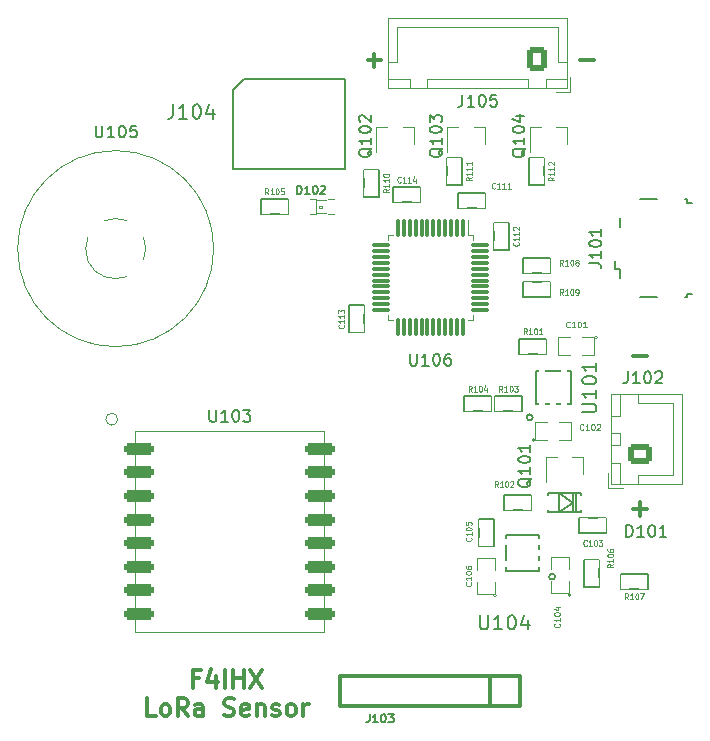
<source format=gto>
G04 #@! TF.GenerationSoftware,KiCad,Pcbnew,6.0.2-378541a8eb~116~ubuntu20.04.1*
G04 #@! TF.CreationDate,2022-03-07T01:05:26+01:00*
G04 #@! TF.ProjectId,lora_sensor,6c6f7261-5f73-4656-9e73-6f722e6b6963,rev?*
G04 #@! TF.SameCoordinates,Original*
G04 #@! TF.FileFunction,Legend,Top*
G04 #@! TF.FilePolarity,Positive*
%FSLAX46Y46*%
G04 Gerber Fmt 4.6, Leading zero omitted, Abs format (unit mm)*
G04 Created by KiCad (PCBNEW 6.0.2-378541a8eb~116~ubuntu20.04.1) date 2022-03-07 01:05:26*
%MOMM*%
%LPD*%
G01*
G04 APERTURE LIST*
G04 Aperture macros list*
%AMRoundRect*
0 Rectangle with rounded corners*
0 $1 Rounding radius*
0 $2 $3 $4 $5 $6 $7 $8 $9 X,Y pos of 4 corners*
0 Add a 4 corners polygon primitive as box body*
4,1,4,$2,$3,$4,$5,$6,$7,$8,$9,$2,$3,0*
0 Add four circle primitives for the rounded corners*
1,1,$1+$1,$2,$3*
1,1,$1+$1,$4,$5*
1,1,$1+$1,$6,$7*
1,1,$1+$1,$8,$9*
0 Add four rect primitives between the rounded corners*
20,1,$1+$1,$2,$3,$4,$5,0*
20,1,$1+$1,$4,$5,$6,$7,0*
20,1,$1+$1,$6,$7,$8,$9,0*
20,1,$1+$1,$8,$9,$2,$3,0*%
G04 Aperture macros list end*
%ADD10C,0.300000*%
%ADD11C,0.114300*%
%ADD12C,0.109220*%
%ADD13C,0.150000*%
%ADD14C,0.152000*%
%ADD15C,0.200000*%
%ADD16C,0.127000*%
%ADD17C,0.099060*%
%ADD18C,0.120000*%
%ADD19C,0.304800*%
%ADD20C,0.066040*%
%ADD21C,0.101600*%
%ADD22C,0.050800*%
%ADD23R,1.524000X1.524000*%
%ADD24C,1.524000*%
%ADD25C,5.000000*%
%ADD26R,1.143000X0.635000*%
%ADD27R,0.635000X1.143000*%
%ADD28R,1.397000X0.889000*%
%ADD29R,0.889000X1.397000*%
%ADD30R,0.800000X0.900000*%
%ADD31RoundRect,0.250000X0.600000X0.725000X-0.600000X0.725000X-0.600000X-0.725000X0.600000X-0.725000X0*%
%ADD32O,1.700000X1.950000*%
%ADD33RoundRect,0.250000X0.750000X-0.600000X0.750000X0.600000X-0.750000X0.600000X-0.750000X-0.600000X0*%
%ADD34O,2.000000X1.700000*%
%ADD35R,0.910000X1.220000*%
%ADD36C,0.800000*%
%ADD37R,1.300000X0.450000*%
%ADD38C,2.000000*%
%ADD39C,1.800000*%
%ADD40R,3.000000X0.600000*%
%ADD41R,1.198880X1.198880*%
%ADD42R,1.100000X0.600000*%
%ADD43R,0.600000X1.100000*%
%ADD44RoundRect,0.250000X-1.050000X-0.250000X1.050000X-0.250000X1.050000X0.250000X-1.050000X0.250000X0*%
%ADD45RoundRect,0.075000X-0.075000X0.662500X-0.075000X-0.662500X0.075000X-0.662500X0.075000X0.662500X0*%
%ADD46RoundRect,0.075000X-0.662500X0.075000X-0.662500X-0.075000X0.662500X-0.075000X0.662500X0.075000X0*%
G04 APERTURE END LIST*
D10*
X120392857Y-128935357D02*
X119892857Y-128935357D01*
X119892857Y-129721071D02*
X119892857Y-128221071D01*
X120607142Y-128221071D01*
X121821428Y-128721071D02*
X121821428Y-129721071D01*
X121464285Y-128149642D02*
X121107142Y-129221071D01*
X122035714Y-129221071D01*
X122607142Y-129721071D02*
X122607142Y-128221071D01*
X123321428Y-129721071D02*
X123321428Y-128221071D01*
X123321428Y-128935357D02*
X124178571Y-128935357D01*
X124178571Y-129721071D02*
X124178571Y-128221071D01*
X124750000Y-128221071D02*
X125750000Y-129721071D01*
X125750000Y-128221071D02*
X124750000Y-129721071D01*
X116750000Y-132136071D02*
X116035714Y-132136071D01*
X116035714Y-130636071D01*
X117464285Y-132136071D02*
X117321428Y-132064642D01*
X117250000Y-131993214D01*
X117178571Y-131850357D01*
X117178571Y-131421785D01*
X117250000Y-131278928D01*
X117321428Y-131207500D01*
X117464285Y-131136071D01*
X117678571Y-131136071D01*
X117821428Y-131207500D01*
X117892857Y-131278928D01*
X117964285Y-131421785D01*
X117964285Y-131850357D01*
X117892857Y-131993214D01*
X117821428Y-132064642D01*
X117678571Y-132136071D01*
X117464285Y-132136071D01*
X119464285Y-132136071D02*
X118964285Y-131421785D01*
X118607142Y-132136071D02*
X118607142Y-130636071D01*
X119178571Y-130636071D01*
X119321428Y-130707500D01*
X119392857Y-130778928D01*
X119464285Y-130921785D01*
X119464285Y-131136071D01*
X119392857Y-131278928D01*
X119321428Y-131350357D01*
X119178571Y-131421785D01*
X118607142Y-131421785D01*
X120750000Y-132136071D02*
X120750000Y-131350357D01*
X120678571Y-131207500D01*
X120535714Y-131136071D01*
X120250000Y-131136071D01*
X120107142Y-131207500D01*
X120750000Y-132064642D02*
X120607142Y-132136071D01*
X120250000Y-132136071D01*
X120107142Y-132064642D01*
X120035714Y-131921785D01*
X120035714Y-131778928D01*
X120107142Y-131636071D01*
X120250000Y-131564642D01*
X120607142Y-131564642D01*
X120750000Y-131493214D01*
X122535714Y-132064642D02*
X122750000Y-132136071D01*
X123107142Y-132136071D01*
X123250000Y-132064642D01*
X123321428Y-131993214D01*
X123392857Y-131850357D01*
X123392857Y-131707500D01*
X123321428Y-131564642D01*
X123250000Y-131493214D01*
X123107142Y-131421785D01*
X122821428Y-131350357D01*
X122678571Y-131278928D01*
X122607142Y-131207500D01*
X122535714Y-131064642D01*
X122535714Y-130921785D01*
X122607142Y-130778928D01*
X122678571Y-130707500D01*
X122821428Y-130636071D01*
X123178571Y-130636071D01*
X123392857Y-130707500D01*
X124607142Y-132064642D02*
X124464285Y-132136071D01*
X124178571Y-132136071D01*
X124035714Y-132064642D01*
X123964285Y-131921785D01*
X123964285Y-131350357D01*
X124035714Y-131207500D01*
X124178571Y-131136071D01*
X124464285Y-131136071D01*
X124607142Y-131207500D01*
X124678571Y-131350357D01*
X124678571Y-131493214D01*
X123964285Y-131636071D01*
X125321428Y-131136071D02*
X125321428Y-132136071D01*
X125321428Y-131278928D02*
X125392857Y-131207500D01*
X125535714Y-131136071D01*
X125750000Y-131136071D01*
X125892857Y-131207500D01*
X125964285Y-131350357D01*
X125964285Y-132136071D01*
X126607142Y-132064642D02*
X126750000Y-132136071D01*
X127035714Y-132136071D01*
X127178571Y-132064642D01*
X127250000Y-131921785D01*
X127250000Y-131850357D01*
X127178571Y-131707500D01*
X127035714Y-131636071D01*
X126821428Y-131636071D01*
X126678571Y-131564642D01*
X126607142Y-131421785D01*
X126607142Y-131350357D01*
X126678571Y-131207500D01*
X126821428Y-131136071D01*
X127035714Y-131136071D01*
X127178571Y-131207500D01*
X128107142Y-132136071D02*
X127964285Y-132064642D01*
X127892857Y-131993214D01*
X127821428Y-131850357D01*
X127821428Y-131421785D01*
X127892857Y-131278928D01*
X127964285Y-131207500D01*
X128107142Y-131136071D01*
X128321428Y-131136071D01*
X128464285Y-131207500D01*
X128535714Y-131278928D01*
X128607142Y-131421785D01*
X128607142Y-131850357D01*
X128535714Y-131993214D01*
X128464285Y-132064642D01*
X128321428Y-132136071D01*
X128107142Y-132136071D01*
X129250000Y-132136071D02*
X129250000Y-131136071D01*
X129250000Y-131421785D02*
X129321428Y-131278928D01*
X129392857Y-131207500D01*
X129535714Y-131136071D01*
X129678571Y-131136071D01*
X152678571Y-76607142D02*
X153821428Y-76607142D01*
X134678571Y-76607142D02*
X135821428Y-76607142D01*
X135250000Y-77178571D02*
X135250000Y-76035714D01*
X157178571Y-101607142D02*
X158321428Y-101607142D01*
X157178571Y-114607142D02*
X158321428Y-114607142D01*
X157750000Y-115178571D02*
X157750000Y-114035714D01*
D11*
G04 #@! TO.C,R112*
X150499809Y-86511628D02*
X150257904Y-86664028D01*
X150499809Y-86772885D02*
X149991809Y-86772885D01*
X149991809Y-86598714D01*
X150016000Y-86555171D01*
X150040190Y-86533400D01*
X150088571Y-86511628D01*
X150161142Y-86511628D01*
X150209523Y-86533400D01*
X150233714Y-86555171D01*
X150257904Y-86598714D01*
X150257904Y-86772885D01*
X150499809Y-86076200D02*
X150499809Y-86337457D01*
X150499809Y-86206828D02*
X149991809Y-86206828D01*
X150064380Y-86250371D01*
X150112761Y-86293914D01*
X150136952Y-86337457D01*
X150499809Y-85640771D02*
X150499809Y-85902028D01*
X150499809Y-85771400D02*
X149991809Y-85771400D01*
X150064380Y-85814942D01*
X150112761Y-85858485D01*
X150136952Y-85902028D01*
X150040190Y-85466600D02*
X150016000Y-85444828D01*
X149991809Y-85401285D01*
X149991809Y-85292428D01*
X150016000Y-85248885D01*
X150040190Y-85227114D01*
X150088571Y-85205342D01*
X150136952Y-85205342D01*
X150209523Y-85227114D01*
X150499809Y-85488371D01*
X150499809Y-85205342D01*
G04 #@! TO.C,R111*
X143499806Y-86511627D02*
X143257901Y-86664027D01*
X143499806Y-86772884D02*
X142991806Y-86772884D01*
X142991806Y-86598713D01*
X143015997Y-86555170D01*
X143040187Y-86533399D01*
X143088568Y-86511627D01*
X143161139Y-86511627D01*
X143209520Y-86533399D01*
X143233711Y-86555170D01*
X143257901Y-86598713D01*
X143257901Y-86772884D01*
X143499806Y-86076199D02*
X143499806Y-86337456D01*
X143499806Y-86206827D02*
X142991806Y-86206827D01*
X143064377Y-86250370D01*
X143112758Y-86293913D01*
X143136949Y-86337456D01*
X143499806Y-85640770D02*
X143499806Y-85902027D01*
X143499806Y-85771399D02*
X142991806Y-85771399D01*
X143064377Y-85814941D01*
X143112758Y-85858484D01*
X143136949Y-85902027D01*
X143499806Y-85205341D02*
X143499806Y-85466599D01*
X143499806Y-85335970D02*
X142991806Y-85335970D01*
X143064377Y-85379513D01*
X143112758Y-85423056D01*
X143136949Y-85466599D01*
G04 #@! TO.C,R110*
X136499809Y-87511628D02*
X136257904Y-87664028D01*
X136499809Y-87772885D02*
X135991809Y-87772885D01*
X135991809Y-87598714D01*
X136016000Y-87555171D01*
X136040190Y-87533400D01*
X136088571Y-87511628D01*
X136161142Y-87511628D01*
X136209523Y-87533400D01*
X136233714Y-87555171D01*
X136257904Y-87598714D01*
X136257904Y-87772885D01*
X136499809Y-87076200D02*
X136499809Y-87337457D01*
X136499809Y-87206828D02*
X135991809Y-87206828D01*
X136064380Y-87250371D01*
X136112761Y-87293914D01*
X136136952Y-87337457D01*
X136499809Y-86640771D02*
X136499809Y-86902028D01*
X136499809Y-86771400D02*
X135991809Y-86771400D01*
X136064380Y-86814942D01*
X136112761Y-86858485D01*
X136136952Y-86902028D01*
X135991809Y-86357742D02*
X135991809Y-86314200D01*
X136016000Y-86270657D01*
X136040190Y-86248885D01*
X136088571Y-86227114D01*
X136185333Y-86205342D01*
X136306285Y-86205342D01*
X136403047Y-86227114D01*
X136451428Y-86248885D01*
X136475619Y-86270657D01*
X136499809Y-86314200D01*
X136499809Y-86357742D01*
X136475619Y-86401285D01*
X136451428Y-86423057D01*
X136403047Y-86444828D01*
X136306285Y-86466600D01*
X136185333Y-86466600D01*
X136088571Y-86444828D01*
X136040190Y-86423057D01*
X136016000Y-86401285D01*
X135991809Y-86357742D01*
G04 #@! TO.C,R109*
X151238371Y-96479809D02*
X151085971Y-96237904D01*
X150977114Y-96479809D02*
X150977114Y-95971809D01*
X151151285Y-95971809D01*
X151194828Y-95996000D01*
X151216600Y-96020190D01*
X151238371Y-96068571D01*
X151238371Y-96141142D01*
X151216600Y-96189523D01*
X151194828Y-96213714D01*
X151151285Y-96237904D01*
X150977114Y-96237904D01*
X151673800Y-96479809D02*
X151412542Y-96479809D01*
X151543171Y-96479809D02*
X151543171Y-95971809D01*
X151499628Y-96044380D01*
X151456085Y-96092761D01*
X151412542Y-96116952D01*
X151956828Y-95971809D02*
X152000371Y-95971809D01*
X152043914Y-95996000D01*
X152065685Y-96020190D01*
X152087457Y-96068571D01*
X152109228Y-96165333D01*
X152109228Y-96286285D01*
X152087457Y-96383047D01*
X152065685Y-96431428D01*
X152043914Y-96455619D01*
X152000371Y-96479809D01*
X151956828Y-96479809D01*
X151913285Y-96455619D01*
X151891514Y-96431428D01*
X151869742Y-96383047D01*
X151847971Y-96286285D01*
X151847971Y-96165333D01*
X151869742Y-96068571D01*
X151891514Y-96020190D01*
X151913285Y-95996000D01*
X151956828Y-95971809D01*
X152326942Y-96479809D02*
X152414028Y-96479809D01*
X152457571Y-96455619D01*
X152479342Y-96431428D01*
X152522885Y-96358857D01*
X152544657Y-96262095D01*
X152544657Y-96068571D01*
X152522885Y-96020190D01*
X152501114Y-95996000D01*
X152457571Y-95971809D01*
X152370485Y-95971809D01*
X152326942Y-95996000D01*
X152305171Y-96020190D01*
X152283400Y-96068571D01*
X152283400Y-96189523D01*
X152305171Y-96237904D01*
X152326942Y-96262095D01*
X152370485Y-96286285D01*
X152457571Y-96286285D01*
X152501114Y-96262095D01*
X152522885Y-96237904D01*
X152544657Y-96189523D01*
G04 #@! TO.C,R108*
X151238371Y-93979809D02*
X151085971Y-93737904D01*
X150977114Y-93979809D02*
X150977114Y-93471809D01*
X151151285Y-93471809D01*
X151194828Y-93496000D01*
X151216600Y-93520190D01*
X151238371Y-93568571D01*
X151238371Y-93641142D01*
X151216600Y-93689523D01*
X151194828Y-93713714D01*
X151151285Y-93737904D01*
X150977114Y-93737904D01*
X151673800Y-93979809D02*
X151412542Y-93979809D01*
X151543171Y-93979809D02*
X151543171Y-93471809D01*
X151499628Y-93544380D01*
X151456085Y-93592761D01*
X151412542Y-93616952D01*
X151956828Y-93471809D02*
X152000371Y-93471809D01*
X152043914Y-93496000D01*
X152065685Y-93520190D01*
X152087457Y-93568571D01*
X152109228Y-93665333D01*
X152109228Y-93786285D01*
X152087457Y-93883047D01*
X152065685Y-93931428D01*
X152043914Y-93955619D01*
X152000371Y-93979809D01*
X151956828Y-93979809D01*
X151913285Y-93955619D01*
X151891514Y-93931428D01*
X151869742Y-93883047D01*
X151847971Y-93786285D01*
X151847971Y-93665333D01*
X151869742Y-93568571D01*
X151891514Y-93520190D01*
X151913285Y-93496000D01*
X151956828Y-93471809D01*
X152370485Y-93689523D02*
X152326942Y-93665333D01*
X152305171Y-93641142D01*
X152283400Y-93592761D01*
X152283400Y-93568571D01*
X152305171Y-93520190D01*
X152326942Y-93496000D01*
X152370485Y-93471809D01*
X152457571Y-93471809D01*
X152501114Y-93496000D01*
X152522885Y-93520190D01*
X152544657Y-93568571D01*
X152544657Y-93592761D01*
X152522885Y-93641142D01*
X152501114Y-93665333D01*
X152457571Y-93689523D01*
X152370485Y-93689523D01*
X152326942Y-93713714D01*
X152305171Y-93737904D01*
X152283400Y-93786285D01*
X152283400Y-93883047D01*
X152305171Y-93931428D01*
X152326942Y-93955619D01*
X152370485Y-93979809D01*
X152457571Y-93979809D01*
X152501114Y-93955619D01*
X152522885Y-93931428D01*
X152544657Y-93883047D01*
X152544657Y-93786285D01*
X152522885Y-93737904D01*
X152501114Y-93713714D01*
X152457571Y-93689523D01*
G04 #@! TO.C,R107*
X156738371Y-122249809D02*
X156585971Y-122007904D01*
X156477114Y-122249809D02*
X156477114Y-121741809D01*
X156651285Y-121741809D01*
X156694828Y-121766000D01*
X156716600Y-121790190D01*
X156738371Y-121838571D01*
X156738371Y-121911142D01*
X156716600Y-121959523D01*
X156694828Y-121983714D01*
X156651285Y-122007904D01*
X156477114Y-122007904D01*
X157173800Y-122249809D02*
X156912542Y-122249809D01*
X157043171Y-122249809D02*
X157043171Y-121741809D01*
X156999628Y-121814380D01*
X156956085Y-121862761D01*
X156912542Y-121886952D01*
X157456828Y-121741809D02*
X157500371Y-121741809D01*
X157543914Y-121766000D01*
X157565685Y-121790190D01*
X157587457Y-121838571D01*
X157609228Y-121935333D01*
X157609228Y-122056285D01*
X157587457Y-122153047D01*
X157565685Y-122201428D01*
X157543914Y-122225619D01*
X157500371Y-122249809D01*
X157456828Y-122249809D01*
X157413285Y-122225619D01*
X157391514Y-122201428D01*
X157369742Y-122153047D01*
X157347971Y-122056285D01*
X157347971Y-121935333D01*
X157369742Y-121838571D01*
X157391514Y-121790190D01*
X157413285Y-121766000D01*
X157456828Y-121741809D01*
X157761628Y-121741809D02*
X158066428Y-121741809D01*
X157870485Y-122249809D01*
G04 #@! TO.C,R106*
X155479809Y-119261628D02*
X155237904Y-119414028D01*
X155479809Y-119522885D02*
X154971809Y-119522885D01*
X154971809Y-119348714D01*
X154996000Y-119305171D01*
X155020190Y-119283400D01*
X155068571Y-119261628D01*
X155141142Y-119261628D01*
X155189523Y-119283400D01*
X155213714Y-119305171D01*
X155237904Y-119348714D01*
X155237904Y-119522885D01*
X155479809Y-118826200D02*
X155479809Y-119087457D01*
X155479809Y-118956828D02*
X154971809Y-118956828D01*
X155044380Y-119000371D01*
X155092761Y-119043914D01*
X155116952Y-119087457D01*
X154971809Y-118543171D02*
X154971809Y-118499628D01*
X154996000Y-118456085D01*
X155020190Y-118434314D01*
X155068571Y-118412542D01*
X155165333Y-118390771D01*
X155286285Y-118390771D01*
X155383047Y-118412542D01*
X155431428Y-118434314D01*
X155455619Y-118456085D01*
X155479809Y-118499628D01*
X155479809Y-118543171D01*
X155455619Y-118586714D01*
X155431428Y-118608485D01*
X155383047Y-118630257D01*
X155286285Y-118652028D01*
X155165333Y-118652028D01*
X155068571Y-118630257D01*
X155020190Y-118608485D01*
X154996000Y-118586714D01*
X154971809Y-118543171D01*
X154971809Y-117998885D02*
X154971809Y-118085971D01*
X154996000Y-118129514D01*
X155020190Y-118151285D01*
X155092761Y-118194828D01*
X155189523Y-118216600D01*
X155383047Y-118216600D01*
X155431428Y-118194828D01*
X155455619Y-118173057D01*
X155479809Y-118129514D01*
X155479809Y-118042428D01*
X155455619Y-117998885D01*
X155431428Y-117977114D01*
X155383047Y-117955342D01*
X155262095Y-117955342D01*
X155213714Y-117977114D01*
X155189523Y-117998885D01*
X155165333Y-118042428D01*
X155165333Y-118129514D01*
X155189523Y-118173057D01*
X155213714Y-118194828D01*
X155262095Y-118216600D01*
G04 #@! TO.C,R105*
X126287391Y-87959809D02*
X126134991Y-87717904D01*
X126026134Y-87959809D02*
X126026134Y-87451809D01*
X126200305Y-87451809D01*
X126243848Y-87476000D01*
X126265620Y-87500190D01*
X126287391Y-87548571D01*
X126287391Y-87621142D01*
X126265620Y-87669523D01*
X126243848Y-87693714D01*
X126200305Y-87717904D01*
X126026134Y-87717904D01*
X126722820Y-87959809D02*
X126461562Y-87959809D01*
X126592191Y-87959809D02*
X126592191Y-87451809D01*
X126548648Y-87524380D01*
X126505105Y-87572761D01*
X126461562Y-87596952D01*
X127005848Y-87451809D02*
X127049391Y-87451809D01*
X127092934Y-87476000D01*
X127114705Y-87500190D01*
X127136477Y-87548571D01*
X127158248Y-87645333D01*
X127158248Y-87766285D01*
X127136477Y-87863047D01*
X127114705Y-87911428D01*
X127092934Y-87935619D01*
X127049391Y-87959809D01*
X127005848Y-87959809D01*
X126962305Y-87935619D01*
X126940534Y-87911428D01*
X126918762Y-87863047D01*
X126896991Y-87766285D01*
X126896991Y-87645333D01*
X126918762Y-87548571D01*
X126940534Y-87500190D01*
X126962305Y-87476000D01*
X127005848Y-87451809D01*
X127571905Y-87451809D02*
X127354191Y-87451809D01*
X127332420Y-87693714D01*
X127354191Y-87669523D01*
X127397734Y-87645333D01*
X127506591Y-87645333D01*
X127550134Y-87669523D01*
X127571905Y-87693714D01*
X127593677Y-87742095D01*
X127593677Y-87863047D01*
X127571905Y-87911428D01*
X127550134Y-87935619D01*
X127506591Y-87959809D01*
X127397734Y-87959809D01*
X127354191Y-87935619D01*
X127332420Y-87911428D01*
G04 #@! TO.C,R104*
X143488371Y-104659809D02*
X143335971Y-104417904D01*
X143227114Y-104659809D02*
X143227114Y-104151809D01*
X143401285Y-104151809D01*
X143444828Y-104176000D01*
X143466600Y-104200190D01*
X143488371Y-104248571D01*
X143488371Y-104321142D01*
X143466600Y-104369523D01*
X143444828Y-104393714D01*
X143401285Y-104417904D01*
X143227114Y-104417904D01*
X143923800Y-104659809D02*
X143662542Y-104659809D01*
X143793171Y-104659809D02*
X143793171Y-104151809D01*
X143749628Y-104224380D01*
X143706085Y-104272761D01*
X143662542Y-104296952D01*
X144206828Y-104151809D02*
X144250371Y-104151809D01*
X144293914Y-104176000D01*
X144315685Y-104200190D01*
X144337457Y-104248571D01*
X144359228Y-104345333D01*
X144359228Y-104466285D01*
X144337457Y-104563047D01*
X144315685Y-104611428D01*
X144293914Y-104635619D01*
X144250371Y-104659809D01*
X144206828Y-104659809D01*
X144163285Y-104635619D01*
X144141514Y-104611428D01*
X144119742Y-104563047D01*
X144097971Y-104466285D01*
X144097971Y-104345333D01*
X144119742Y-104248571D01*
X144141514Y-104200190D01*
X144163285Y-104176000D01*
X144206828Y-104151809D01*
X144751114Y-104321142D02*
X144751114Y-104659809D01*
X144642257Y-104127619D02*
X144533400Y-104490476D01*
X144816428Y-104490476D01*
G04 #@! TO.C,R103*
X146088371Y-104659809D02*
X145935971Y-104417904D01*
X145827114Y-104659809D02*
X145827114Y-104151809D01*
X146001285Y-104151809D01*
X146044828Y-104176000D01*
X146066600Y-104200190D01*
X146088371Y-104248571D01*
X146088371Y-104321142D01*
X146066600Y-104369523D01*
X146044828Y-104393714D01*
X146001285Y-104417904D01*
X145827114Y-104417904D01*
X146523800Y-104659809D02*
X146262542Y-104659809D01*
X146393171Y-104659809D02*
X146393171Y-104151809D01*
X146349628Y-104224380D01*
X146306085Y-104272761D01*
X146262542Y-104296952D01*
X146806828Y-104151809D02*
X146850371Y-104151809D01*
X146893914Y-104176000D01*
X146915685Y-104200190D01*
X146937457Y-104248571D01*
X146959228Y-104345333D01*
X146959228Y-104466285D01*
X146937457Y-104563047D01*
X146915685Y-104611428D01*
X146893914Y-104635619D01*
X146850371Y-104659809D01*
X146806828Y-104659809D01*
X146763285Y-104635619D01*
X146741514Y-104611428D01*
X146719742Y-104563047D01*
X146697971Y-104466285D01*
X146697971Y-104345333D01*
X146719742Y-104248571D01*
X146741514Y-104200190D01*
X146763285Y-104176000D01*
X146806828Y-104151809D01*
X147111628Y-104151809D02*
X147394657Y-104151809D01*
X147242257Y-104345333D01*
X147307571Y-104345333D01*
X147351114Y-104369523D01*
X147372885Y-104393714D01*
X147394657Y-104442095D01*
X147394657Y-104563047D01*
X147372885Y-104611428D01*
X147351114Y-104635619D01*
X147307571Y-104659809D01*
X147176942Y-104659809D01*
X147133400Y-104635619D01*
X147111628Y-104611428D01*
G04 #@! TO.C,R102*
X145720371Y-112729809D02*
X145567971Y-112487904D01*
X145459114Y-112729809D02*
X145459114Y-112221809D01*
X145633285Y-112221809D01*
X145676828Y-112246000D01*
X145698600Y-112270190D01*
X145720371Y-112318571D01*
X145720371Y-112391142D01*
X145698600Y-112439523D01*
X145676828Y-112463714D01*
X145633285Y-112487904D01*
X145459114Y-112487904D01*
X146155800Y-112729809D02*
X145894542Y-112729809D01*
X146025171Y-112729809D02*
X146025171Y-112221809D01*
X145981628Y-112294380D01*
X145938085Y-112342761D01*
X145894542Y-112366952D01*
X146438828Y-112221809D02*
X146482371Y-112221809D01*
X146525914Y-112246000D01*
X146547685Y-112270190D01*
X146569457Y-112318571D01*
X146591228Y-112415333D01*
X146591228Y-112536285D01*
X146569457Y-112633047D01*
X146547685Y-112681428D01*
X146525914Y-112705619D01*
X146482371Y-112729809D01*
X146438828Y-112729809D01*
X146395285Y-112705619D01*
X146373514Y-112681428D01*
X146351742Y-112633047D01*
X146329971Y-112536285D01*
X146329971Y-112415333D01*
X146351742Y-112318571D01*
X146373514Y-112270190D01*
X146395285Y-112246000D01*
X146438828Y-112221809D01*
X146765400Y-112270190D02*
X146787171Y-112246000D01*
X146830714Y-112221809D01*
X146939571Y-112221809D01*
X146983114Y-112246000D01*
X147004885Y-112270190D01*
X147026657Y-112318571D01*
X147026657Y-112366952D01*
X147004885Y-112439523D01*
X146743628Y-112729809D01*
X147026657Y-112729809D01*
G04 #@! TO.C,R101*
X148161371Y-99798309D02*
X148008971Y-99556404D01*
X147900114Y-99798309D02*
X147900114Y-99290309D01*
X148074285Y-99290309D01*
X148117828Y-99314500D01*
X148139600Y-99338690D01*
X148161371Y-99387071D01*
X148161371Y-99459642D01*
X148139600Y-99508023D01*
X148117828Y-99532214D01*
X148074285Y-99556404D01*
X147900114Y-99556404D01*
X148596800Y-99798309D02*
X148335542Y-99798309D01*
X148466171Y-99798309D02*
X148466171Y-99290309D01*
X148422628Y-99362880D01*
X148379085Y-99411261D01*
X148335542Y-99435452D01*
X148879828Y-99290309D02*
X148923371Y-99290309D01*
X148966914Y-99314500D01*
X148988685Y-99338690D01*
X149010457Y-99387071D01*
X149032228Y-99483833D01*
X149032228Y-99604785D01*
X149010457Y-99701547D01*
X148988685Y-99749928D01*
X148966914Y-99774119D01*
X148923371Y-99798309D01*
X148879828Y-99798309D01*
X148836285Y-99774119D01*
X148814514Y-99749928D01*
X148792742Y-99701547D01*
X148770971Y-99604785D01*
X148770971Y-99483833D01*
X148792742Y-99387071D01*
X148814514Y-99338690D01*
X148836285Y-99314500D01*
X148879828Y-99290309D01*
X149467657Y-99798309D02*
X149206400Y-99798309D01*
X149337028Y-99798309D02*
X149337028Y-99290309D01*
X149293485Y-99362880D01*
X149249942Y-99411261D01*
X149206400Y-99435452D01*
G04 #@! TO.C,C114*
X137488371Y-86911428D02*
X137466600Y-86935619D01*
X137401285Y-86959809D01*
X137357742Y-86959809D01*
X137292428Y-86935619D01*
X137248885Y-86887238D01*
X137227114Y-86838857D01*
X137205342Y-86742095D01*
X137205342Y-86669523D01*
X137227114Y-86572761D01*
X137248885Y-86524380D01*
X137292428Y-86476000D01*
X137357742Y-86451809D01*
X137401285Y-86451809D01*
X137466600Y-86476000D01*
X137488371Y-86500190D01*
X137923800Y-86959809D02*
X137662542Y-86959809D01*
X137793171Y-86959809D02*
X137793171Y-86451809D01*
X137749628Y-86524380D01*
X137706085Y-86572761D01*
X137662542Y-86596952D01*
X138359228Y-86959809D02*
X138097971Y-86959809D01*
X138228600Y-86959809D02*
X138228600Y-86451809D01*
X138185057Y-86524380D01*
X138141514Y-86572761D01*
X138097971Y-86596952D01*
X138751114Y-86621142D02*
X138751114Y-86959809D01*
X138642257Y-86427619D02*
X138533400Y-86790476D01*
X138816428Y-86790476D01*
G04 #@! TO.C,C113*
X132661428Y-99011628D02*
X132685619Y-99033400D01*
X132709809Y-99098714D01*
X132709809Y-99142257D01*
X132685619Y-99207571D01*
X132637238Y-99251114D01*
X132588857Y-99272885D01*
X132492095Y-99294657D01*
X132419523Y-99294657D01*
X132322761Y-99272885D01*
X132274380Y-99251114D01*
X132226000Y-99207571D01*
X132201809Y-99142257D01*
X132201809Y-99098714D01*
X132226000Y-99033400D01*
X132250190Y-99011628D01*
X132709809Y-98576200D02*
X132709809Y-98837457D01*
X132709809Y-98706828D02*
X132201809Y-98706828D01*
X132274380Y-98750371D01*
X132322761Y-98793914D01*
X132346952Y-98837457D01*
X132709809Y-98140771D02*
X132709809Y-98402028D01*
X132709809Y-98271400D02*
X132201809Y-98271400D01*
X132274380Y-98314942D01*
X132322761Y-98358485D01*
X132346952Y-98402028D01*
X132201809Y-97988371D02*
X132201809Y-97705342D01*
X132395333Y-97857742D01*
X132395333Y-97792428D01*
X132419523Y-97748885D01*
X132443714Y-97727114D01*
X132492095Y-97705342D01*
X132613047Y-97705342D01*
X132661428Y-97727114D01*
X132685619Y-97748885D01*
X132709809Y-97792428D01*
X132709809Y-97923057D01*
X132685619Y-97966600D01*
X132661428Y-97988371D01*
G04 #@! TO.C,C112*
X147451428Y-92011628D02*
X147475619Y-92033400D01*
X147499809Y-92098714D01*
X147499809Y-92142257D01*
X147475619Y-92207571D01*
X147427238Y-92251114D01*
X147378857Y-92272885D01*
X147282095Y-92294657D01*
X147209523Y-92294657D01*
X147112761Y-92272885D01*
X147064380Y-92251114D01*
X147016000Y-92207571D01*
X146991809Y-92142257D01*
X146991809Y-92098714D01*
X147016000Y-92033400D01*
X147040190Y-92011628D01*
X147499809Y-91576200D02*
X147499809Y-91837457D01*
X147499809Y-91706828D02*
X146991809Y-91706828D01*
X147064380Y-91750371D01*
X147112761Y-91793914D01*
X147136952Y-91837457D01*
X147499809Y-91140771D02*
X147499809Y-91402028D01*
X147499809Y-91271400D02*
X146991809Y-91271400D01*
X147064380Y-91314942D01*
X147112761Y-91358485D01*
X147136952Y-91402028D01*
X147040190Y-90966600D02*
X147016000Y-90944828D01*
X146991809Y-90901285D01*
X146991809Y-90792428D01*
X147016000Y-90748885D01*
X147040190Y-90727114D01*
X147088571Y-90705342D01*
X147136952Y-90705342D01*
X147209523Y-90727114D01*
X147499809Y-90988371D01*
X147499809Y-90705342D01*
G04 #@! TO.C,C111*
X145488371Y-87431428D02*
X145466600Y-87455619D01*
X145401285Y-87479809D01*
X145357742Y-87479809D01*
X145292428Y-87455619D01*
X145248885Y-87407238D01*
X145227114Y-87358857D01*
X145205342Y-87262095D01*
X145205342Y-87189523D01*
X145227114Y-87092761D01*
X145248885Y-87044380D01*
X145292428Y-86996000D01*
X145357742Y-86971809D01*
X145401285Y-86971809D01*
X145466600Y-86996000D01*
X145488371Y-87020190D01*
X145923800Y-87479809D02*
X145662542Y-87479809D01*
X145793171Y-87479809D02*
X145793171Y-86971809D01*
X145749628Y-87044380D01*
X145706085Y-87092761D01*
X145662542Y-87116952D01*
X146359228Y-87479809D02*
X146097971Y-87479809D01*
X146228600Y-87479809D02*
X146228600Y-86971809D01*
X146185057Y-87044380D01*
X146141514Y-87092761D01*
X146097971Y-87116952D01*
X146794657Y-87479809D02*
X146533400Y-87479809D01*
X146664028Y-87479809D02*
X146664028Y-86971809D01*
X146620485Y-87044380D01*
X146576942Y-87092761D01*
X146533400Y-87116952D01*
D12*
G04 #@! TO.C,C106*
X143428707Y-120809949D02*
X143452534Y-120833776D01*
X143476362Y-120905259D01*
X143476362Y-120952914D01*
X143452534Y-121024397D01*
X143404879Y-121072052D01*
X143357224Y-121095880D01*
X143261913Y-121119708D01*
X143190430Y-121119708D01*
X143095120Y-121095880D01*
X143047465Y-121072052D01*
X142999810Y-121024397D01*
X142975982Y-120952914D01*
X142975982Y-120905259D01*
X142999810Y-120833776D01*
X143023637Y-120809949D01*
X143476362Y-120333396D02*
X143476362Y-120619328D01*
X143476362Y-120476362D02*
X142975982Y-120476362D01*
X143047465Y-120524017D01*
X143095120Y-120571672D01*
X143118948Y-120619328D01*
X142975982Y-120023637D02*
X142975982Y-119975982D01*
X142999810Y-119928327D01*
X143023637Y-119904499D01*
X143071292Y-119880671D01*
X143166603Y-119856844D01*
X143285741Y-119856844D01*
X143381051Y-119880671D01*
X143428707Y-119904499D01*
X143452534Y-119928327D01*
X143476362Y-119975982D01*
X143476362Y-120023637D01*
X143452534Y-120071292D01*
X143428707Y-120095120D01*
X143381051Y-120118948D01*
X143285741Y-120142775D01*
X143166603Y-120142775D01*
X143071292Y-120118948D01*
X143023637Y-120095120D01*
X142999810Y-120071292D01*
X142975982Y-120023637D01*
X142975982Y-119427947D02*
X142975982Y-119523257D01*
X142999810Y-119570912D01*
X143023637Y-119594740D01*
X143095120Y-119642395D01*
X143190430Y-119666223D01*
X143381051Y-119666223D01*
X143428707Y-119642395D01*
X143452534Y-119618568D01*
X143476362Y-119570912D01*
X143476362Y-119475602D01*
X143452534Y-119427947D01*
X143428707Y-119404119D01*
X143381051Y-119380291D01*
X143261913Y-119380291D01*
X143214258Y-119404119D01*
X143190430Y-119427947D01*
X143166603Y-119475602D01*
X143166603Y-119570912D01*
X143190430Y-119618568D01*
X143214258Y-119642395D01*
X143261913Y-119666223D01*
D11*
G04 #@! TO.C,C105*
X143431428Y-117011628D02*
X143455619Y-117033400D01*
X143479809Y-117098714D01*
X143479809Y-117142257D01*
X143455619Y-117207571D01*
X143407238Y-117251114D01*
X143358857Y-117272885D01*
X143262095Y-117294657D01*
X143189523Y-117294657D01*
X143092761Y-117272885D01*
X143044380Y-117251114D01*
X142996000Y-117207571D01*
X142971809Y-117142257D01*
X142971809Y-117098714D01*
X142996000Y-117033400D01*
X143020190Y-117011628D01*
X143479809Y-116576200D02*
X143479809Y-116837457D01*
X143479809Y-116706828D02*
X142971809Y-116706828D01*
X143044380Y-116750371D01*
X143092761Y-116793914D01*
X143116952Y-116837457D01*
X142971809Y-116293171D02*
X142971809Y-116249628D01*
X142996000Y-116206085D01*
X143020190Y-116184314D01*
X143068571Y-116162542D01*
X143165333Y-116140771D01*
X143286285Y-116140771D01*
X143383047Y-116162542D01*
X143431428Y-116184314D01*
X143455619Y-116206085D01*
X143479809Y-116249628D01*
X143479809Y-116293171D01*
X143455619Y-116336714D01*
X143431428Y-116358485D01*
X143383047Y-116380257D01*
X143286285Y-116402028D01*
X143165333Y-116402028D01*
X143068571Y-116380257D01*
X143020190Y-116358485D01*
X142996000Y-116336714D01*
X142971809Y-116293171D01*
X142971809Y-115727114D02*
X142971809Y-115944828D01*
X143213714Y-115966600D01*
X143189523Y-115944828D01*
X143165333Y-115901285D01*
X143165333Y-115792428D01*
X143189523Y-115748885D01*
X143213714Y-115727114D01*
X143262095Y-115705342D01*
X143383047Y-115705342D01*
X143431428Y-115727114D01*
X143455619Y-115748885D01*
X143479809Y-115792428D01*
X143479809Y-115901285D01*
X143455619Y-115944828D01*
X143431428Y-115966600D01*
D12*
G04 #@! TO.C,C104*
X150928707Y-124309949D02*
X150952534Y-124333776D01*
X150976362Y-124405259D01*
X150976362Y-124452914D01*
X150952534Y-124524397D01*
X150904879Y-124572052D01*
X150857224Y-124595880D01*
X150761913Y-124619708D01*
X150690430Y-124619708D01*
X150595120Y-124595880D01*
X150547465Y-124572052D01*
X150499810Y-124524397D01*
X150475982Y-124452914D01*
X150475982Y-124405259D01*
X150499810Y-124333776D01*
X150523637Y-124309949D01*
X150976362Y-123833396D02*
X150976362Y-124119328D01*
X150976362Y-123976362D02*
X150475982Y-123976362D01*
X150547465Y-124024017D01*
X150595120Y-124071672D01*
X150618948Y-124119328D01*
X150475982Y-123523637D02*
X150475982Y-123475982D01*
X150499810Y-123428327D01*
X150523637Y-123404499D01*
X150571292Y-123380671D01*
X150666603Y-123356844D01*
X150785741Y-123356844D01*
X150881051Y-123380671D01*
X150928707Y-123404499D01*
X150952534Y-123428327D01*
X150976362Y-123475982D01*
X150976362Y-123523637D01*
X150952534Y-123571292D01*
X150928707Y-123595120D01*
X150881051Y-123618948D01*
X150785741Y-123642775D01*
X150666603Y-123642775D01*
X150571292Y-123618948D01*
X150523637Y-123595120D01*
X150499810Y-123571292D01*
X150475982Y-123523637D01*
X150642775Y-122927947D02*
X150976362Y-122927947D01*
X150452154Y-123047085D02*
X150809569Y-123166223D01*
X150809569Y-122856464D01*
D11*
G04 #@! TO.C,C103*
X153238371Y-117681428D02*
X153216600Y-117705619D01*
X153151285Y-117729809D01*
X153107742Y-117729809D01*
X153042428Y-117705619D01*
X152998885Y-117657238D01*
X152977114Y-117608857D01*
X152955342Y-117512095D01*
X152955342Y-117439523D01*
X152977114Y-117342761D01*
X152998885Y-117294380D01*
X153042428Y-117246000D01*
X153107742Y-117221809D01*
X153151285Y-117221809D01*
X153216600Y-117246000D01*
X153238371Y-117270190D01*
X153673800Y-117729809D02*
X153412542Y-117729809D01*
X153543171Y-117729809D02*
X153543171Y-117221809D01*
X153499628Y-117294380D01*
X153456085Y-117342761D01*
X153412542Y-117366952D01*
X153956828Y-117221809D02*
X154000371Y-117221809D01*
X154043914Y-117246000D01*
X154065685Y-117270190D01*
X154087457Y-117318571D01*
X154109228Y-117415333D01*
X154109228Y-117536285D01*
X154087457Y-117633047D01*
X154065685Y-117681428D01*
X154043914Y-117705619D01*
X154000371Y-117729809D01*
X153956828Y-117729809D01*
X153913285Y-117705619D01*
X153891514Y-117681428D01*
X153869742Y-117633047D01*
X153847971Y-117536285D01*
X153847971Y-117415333D01*
X153869742Y-117318571D01*
X153891514Y-117270190D01*
X153913285Y-117246000D01*
X153956828Y-117221809D01*
X154261628Y-117221809D02*
X154544657Y-117221809D01*
X154392257Y-117415333D01*
X154457571Y-117415333D01*
X154501114Y-117439523D01*
X154522885Y-117463714D01*
X154544657Y-117512095D01*
X154544657Y-117633047D01*
X154522885Y-117681428D01*
X154501114Y-117705619D01*
X154457571Y-117729809D01*
X154326942Y-117729809D01*
X154283400Y-117705619D01*
X154261628Y-117681428D01*
D12*
G04 #@! TO.C,C102*
X152940050Y-107861207D02*
X152916223Y-107885034D01*
X152844740Y-107908862D01*
X152797085Y-107908862D01*
X152725602Y-107885034D01*
X152677947Y-107837379D01*
X152654119Y-107789724D01*
X152630291Y-107694413D01*
X152630291Y-107622930D01*
X152654119Y-107527620D01*
X152677947Y-107479965D01*
X152725602Y-107432310D01*
X152797085Y-107408482D01*
X152844740Y-107408482D01*
X152916223Y-107432310D01*
X152940050Y-107456137D01*
X153416603Y-107908862D02*
X153130671Y-107908862D01*
X153273637Y-107908862D02*
X153273637Y-107408482D01*
X153225982Y-107479965D01*
X153178327Y-107527620D01*
X153130671Y-107551448D01*
X153726362Y-107408482D02*
X153774017Y-107408482D01*
X153821672Y-107432310D01*
X153845500Y-107456137D01*
X153869328Y-107503792D01*
X153893155Y-107599103D01*
X153893155Y-107718241D01*
X153869328Y-107813551D01*
X153845500Y-107861207D01*
X153821672Y-107885034D01*
X153774017Y-107908862D01*
X153726362Y-107908862D01*
X153678707Y-107885034D01*
X153654879Y-107861207D01*
X153631051Y-107813551D01*
X153607224Y-107718241D01*
X153607224Y-107599103D01*
X153631051Y-107503792D01*
X153654879Y-107456137D01*
X153678707Y-107432310D01*
X153726362Y-107408482D01*
X154083776Y-107456137D02*
X154107604Y-107432310D01*
X154155259Y-107408482D01*
X154274397Y-107408482D01*
X154322052Y-107432310D01*
X154345880Y-107456137D01*
X154369708Y-107503792D01*
X154369708Y-107551448D01*
X154345880Y-107622930D01*
X154059949Y-107908862D01*
X154369708Y-107908862D01*
G04 #@! TO.C,C101*
X151786050Y-99178707D02*
X151762223Y-99202534D01*
X151690740Y-99226362D01*
X151643085Y-99226362D01*
X151571602Y-99202534D01*
X151523947Y-99154879D01*
X151500119Y-99107224D01*
X151476291Y-99011913D01*
X151476291Y-98940430D01*
X151500119Y-98845120D01*
X151523947Y-98797465D01*
X151571602Y-98749810D01*
X151643085Y-98725982D01*
X151690740Y-98725982D01*
X151762223Y-98749810D01*
X151786050Y-98773637D01*
X152262603Y-99226362D02*
X151976671Y-99226362D01*
X152119637Y-99226362D02*
X152119637Y-98725982D01*
X152071982Y-98797465D01*
X152024327Y-98845120D01*
X151976671Y-98868948D01*
X152572362Y-98725982D02*
X152620017Y-98725982D01*
X152667672Y-98749810D01*
X152691500Y-98773637D01*
X152715328Y-98821292D01*
X152739155Y-98916603D01*
X152739155Y-99035741D01*
X152715328Y-99131051D01*
X152691500Y-99178707D01*
X152667672Y-99202534D01*
X152620017Y-99226362D01*
X152572362Y-99226362D01*
X152524707Y-99202534D01*
X152500879Y-99178707D01*
X152477051Y-99131051D01*
X152453224Y-99035741D01*
X152453224Y-98916603D01*
X152477051Y-98821292D01*
X152500879Y-98773637D01*
X152524707Y-98749810D01*
X152572362Y-98725982D01*
X153215708Y-99226362D02*
X152929776Y-99226362D01*
X153072742Y-99226362D02*
X153072742Y-98725982D01*
X153025087Y-98797465D01*
X152977431Y-98845120D01*
X152929776Y-98868948D01*
D13*
G04 #@! TO.C,Q104*
X148047619Y-84047619D02*
X148000000Y-84142857D01*
X147904761Y-84238095D01*
X147761904Y-84380952D01*
X147714285Y-84476190D01*
X147714285Y-84571428D01*
X147952380Y-84523809D02*
X147904761Y-84619047D01*
X147809523Y-84714285D01*
X147619047Y-84761904D01*
X147285714Y-84761904D01*
X147095238Y-84714285D01*
X147000000Y-84619047D01*
X146952380Y-84523809D01*
X146952380Y-84333333D01*
X147000000Y-84238095D01*
X147095238Y-84142857D01*
X147285714Y-84095238D01*
X147619047Y-84095238D01*
X147809523Y-84142857D01*
X147904761Y-84238095D01*
X147952380Y-84333333D01*
X147952380Y-84523809D01*
X147952380Y-83142857D02*
X147952380Y-83714285D01*
X147952380Y-83428571D02*
X146952380Y-83428571D01*
X147095238Y-83523809D01*
X147190476Y-83619047D01*
X147238095Y-83714285D01*
X146952380Y-82523809D02*
X146952380Y-82428571D01*
X147000000Y-82333333D01*
X147047619Y-82285714D01*
X147142857Y-82238095D01*
X147333333Y-82190476D01*
X147571428Y-82190476D01*
X147761904Y-82238095D01*
X147857142Y-82285714D01*
X147904761Y-82333333D01*
X147952380Y-82428571D01*
X147952380Y-82523809D01*
X147904761Y-82619047D01*
X147857142Y-82666666D01*
X147761904Y-82714285D01*
X147571428Y-82761904D01*
X147333333Y-82761904D01*
X147142857Y-82714285D01*
X147047619Y-82666666D01*
X147000000Y-82619047D01*
X146952380Y-82523809D01*
X147285714Y-81333333D02*
X147952380Y-81333333D01*
X146904761Y-81571428D02*
X147619047Y-81809523D01*
X147619047Y-81190476D01*
G04 #@! TO.C,Q103*
X141047619Y-84047619D02*
X141000000Y-84142857D01*
X140904761Y-84238095D01*
X140761904Y-84380952D01*
X140714285Y-84476190D01*
X140714285Y-84571428D01*
X140952380Y-84523809D02*
X140904761Y-84619047D01*
X140809523Y-84714285D01*
X140619047Y-84761904D01*
X140285714Y-84761904D01*
X140095238Y-84714285D01*
X140000000Y-84619047D01*
X139952380Y-84523809D01*
X139952380Y-84333333D01*
X140000000Y-84238095D01*
X140095238Y-84142857D01*
X140285714Y-84095238D01*
X140619047Y-84095238D01*
X140809523Y-84142857D01*
X140904761Y-84238095D01*
X140952380Y-84333333D01*
X140952380Y-84523809D01*
X140952380Y-83142857D02*
X140952380Y-83714285D01*
X140952380Y-83428571D02*
X139952380Y-83428571D01*
X140095238Y-83523809D01*
X140190476Y-83619047D01*
X140238095Y-83714285D01*
X139952380Y-82523809D02*
X139952380Y-82428571D01*
X140000000Y-82333333D01*
X140047619Y-82285714D01*
X140142857Y-82238095D01*
X140333333Y-82190476D01*
X140571428Y-82190476D01*
X140761904Y-82238095D01*
X140857142Y-82285714D01*
X140904761Y-82333333D01*
X140952380Y-82428571D01*
X140952380Y-82523809D01*
X140904761Y-82619047D01*
X140857142Y-82666666D01*
X140761904Y-82714285D01*
X140571428Y-82761904D01*
X140333333Y-82761904D01*
X140142857Y-82714285D01*
X140047619Y-82666666D01*
X140000000Y-82619047D01*
X139952380Y-82523809D01*
X139952380Y-81857142D02*
X139952380Y-81238095D01*
X140333333Y-81571428D01*
X140333333Y-81428571D01*
X140380952Y-81333333D01*
X140428571Y-81285714D01*
X140523809Y-81238095D01*
X140761904Y-81238095D01*
X140857142Y-81285714D01*
X140904761Y-81333333D01*
X140952380Y-81428571D01*
X140952380Y-81714285D01*
X140904761Y-81809523D01*
X140857142Y-81857142D01*
G04 #@! TO.C,Q102*
X135047619Y-84047619D02*
X135000000Y-84142857D01*
X134904761Y-84238095D01*
X134761904Y-84380952D01*
X134714285Y-84476190D01*
X134714285Y-84571428D01*
X134952380Y-84523809D02*
X134904761Y-84619047D01*
X134809523Y-84714285D01*
X134619047Y-84761904D01*
X134285714Y-84761904D01*
X134095238Y-84714285D01*
X134000000Y-84619047D01*
X133952380Y-84523809D01*
X133952380Y-84333333D01*
X134000000Y-84238095D01*
X134095238Y-84142857D01*
X134285714Y-84095238D01*
X134619047Y-84095238D01*
X134809523Y-84142857D01*
X134904761Y-84238095D01*
X134952380Y-84333333D01*
X134952380Y-84523809D01*
X134952380Y-83142857D02*
X134952380Y-83714285D01*
X134952380Y-83428571D02*
X133952380Y-83428571D01*
X134095238Y-83523809D01*
X134190476Y-83619047D01*
X134238095Y-83714285D01*
X133952380Y-82523809D02*
X133952380Y-82428571D01*
X134000000Y-82333333D01*
X134047619Y-82285714D01*
X134142857Y-82238095D01*
X134333333Y-82190476D01*
X134571428Y-82190476D01*
X134761904Y-82238095D01*
X134857142Y-82285714D01*
X134904761Y-82333333D01*
X134952380Y-82428571D01*
X134952380Y-82523809D01*
X134904761Y-82619047D01*
X134857142Y-82666666D01*
X134761904Y-82714285D01*
X134571428Y-82761904D01*
X134333333Y-82761904D01*
X134142857Y-82714285D01*
X134047619Y-82666666D01*
X134000000Y-82619047D01*
X133952380Y-82523809D01*
X134047619Y-81809523D02*
X134000000Y-81761904D01*
X133952380Y-81666666D01*
X133952380Y-81428571D01*
X134000000Y-81333333D01*
X134047619Y-81285714D01*
X134142857Y-81238095D01*
X134238095Y-81238095D01*
X134380952Y-81285714D01*
X134952380Y-81857142D01*
X134952380Y-81238095D01*
G04 #@! TO.C,J105*
X142714283Y-79527380D02*
X142714283Y-80241666D01*
X142666664Y-80384523D01*
X142571426Y-80479761D01*
X142428569Y-80527380D01*
X142333331Y-80527380D01*
X143714283Y-80527380D02*
X143142855Y-80527380D01*
X143428569Y-80527380D02*
X143428569Y-79527380D01*
X143333331Y-79670238D01*
X143238093Y-79765476D01*
X143142855Y-79813095D01*
X144333331Y-79527380D02*
X144428569Y-79527380D01*
X144523807Y-79575000D01*
X144571426Y-79622619D01*
X144619045Y-79717857D01*
X144666664Y-79908333D01*
X144666664Y-80146428D01*
X144619045Y-80336904D01*
X144571426Y-80432142D01*
X144523807Y-80479761D01*
X144428569Y-80527380D01*
X144333331Y-80527380D01*
X144238093Y-80479761D01*
X144190474Y-80432142D01*
X144142855Y-80336904D01*
X144095236Y-80146428D01*
X144095236Y-79908333D01*
X144142855Y-79717857D01*
X144190474Y-79622619D01*
X144238093Y-79575000D01*
X144333331Y-79527380D01*
X145571426Y-79527380D02*
X145095236Y-79527380D01*
X145047617Y-80003571D01*
X145095236Y-79955952D01*
X145190474Y-79908333D01*
X145428569Y-79908333D01*
X145523807Y-79955952D01*
X145571426Y-80003571D01*
X145619045Y-80098809D01*
X145619045Y-80336904D01*
X145571426Y-80432142D01*
X145523807Y-80479761D01*
X145428569Y-80527380D01*
X145190474Y-80527380D01*
X145095236Y-80479761D01*
X145047617Y-80432142D01*
D14*
G04 #@! TO.C,J103*
X134850000Y-131966666D02*
X134850000Y-132466666D01*
X134816666Y-132566666D01*
X134750000Y-132633333D01*
X134650000Y-132666666D01*
X134583333Y-132666666D01*
X135550000Y-132666666D02*
X135150000Y-132666666D01*
X135350000Y-132666666D02*
X135350000Y-131966666D01*
X135283333Y-132066666D01*
X135216666Y-132133333D01*
X135150000Y-132166666D01*
X135983333Y-131966666D02*
X136050000Y-131966666D01*
X136116666Y-132000000D01*
X136150000Y-132033333D01*
X136183333Y-132100000D01*
X136216666Y-132233333D01*
X136216666Y-132400000D01*
X136183333Y-132533333D01*
X136150000Y-132600000D01*
X136116666Y-132633333D01*
X136050000Y-132666666D01*
X135983333Y-132666666D01*
X135916666Y-132633333D01*
X135883333Y-132600000D01*
X135850000Y-132533333D01*
X135816666Y-132400000D01*
X135816666Y-132233333D01*
X135850000Y-132100000D01*
X135883333Y-132033333D01*
X135916666Y-132000000D01*
X135983333Y-131966666D01*
X136450000Y-131966666D02*
X136883333Y-131966666D01*
X136650000Y-132233333D01*
X136750000Y-132233333D01*
X136816666Y-132266666D01*
X136850000Y-132300000D01*
X136883333Y-132366666D01*
X136883333Y-132533333D01*
X136850000Y-132600000D01*
X136816666Y-132633333D01*
X136750000Y-132666666D01*
X136550000Y-132666666D01*
X136483333Y-132633333D01*
X136450000Y-132600000D01*
D13*
G04 #@! TO.C,J102*
X156714285Y-102952380D02*
X156714285Y-103666666D01*
X156666666Y-103809523D01*
X156571428Y-103904761D01*
X156428571Y-103952380D01*
X156333333Y-103952380D01*
X157714285Y-103952380D02*
X157142857Y-103952380D01*
X157428571Y-103952380D02*
X157428571Y-102952380D01*
X157333333Y-103095238D01*
X157238095Y-103190476D01*
X157142857Y-103238095D01*
X158333333Y-102952380D02*
X158428571Y-102952380D01*
X158523809Y-103000000D01*
X158571428Y-103047619D01*
X158619047Y-103142857D01*
X158666666Y-103333333D01*
X158666666Y-103571428D01*
X158619047Y-103761904D01*
X158571428Y-103857142D01*
X158523809Y-103904761D01*
X158428571Y-103952380D01*
X158333333Y-103952380D01*
X158238095Y-103904761D01*
X158190476Y-103857142D01*
X158142857Y-103761904D01*
X158095238Y-103571428D01*
X158095238Y-103333333D01*
X158142857Y-103142857D01*
X158190476Y-103047619D01*
X158238095Y-103000000D01*
X158333333Y-102952380D01*
X159047619Y-103047619D02*
X159095238Y-103000000D01*
X159190476Y-102952380D01*
X159428571Y-102952380D01*
X159523809Y-103000000D01*
X159571428Y-103047619D01*
X159619047Y-103142857D01*
X159619047Y-103238095D01*
X159571428Y-103380952D01*
X159000000Y-103952380D01*
X159619047Y-103952380D01*
G04 #@! TO.C,D101*
X156559523Y-116952380D02*
X156559523Y-115952380D01*
X156797619Y-115952380D01*
X156940476Y-116000000D01*
X157035714Y-116095238D01*
X157083333Y-116190476D01*
X157130952Y-116380952D01*
X157130952Y-116523809D01*
X157083333Y-116714285D01*
X157035714Y-116809523D01*
X156940476Y-116904761D01*
X156797619Y-116952380D01*
X156559523Y-116952380D01*
X158083333Y-116952380D02*
X157511904Y-116952380D01*
X157797619Y-116952380D02*
X157797619Y-115952380D01*
X157702380Y-116095238D01*
X157607142Y-116190476D01*
X157511904Y-116238095D01*
X158702380Y-115952380D02*
X158797619Y-115952380D01*
X158892857Y-116000000D01*
X158940476Y-116047619D01*
X158988095Y-116142857D01*
X159035714Y-116333333D01*
X159035714Y-116571428D01*
X158988095Y-116761904D01*
X158940476Y-116857142D01*
X158892857Y-116904761D01*
X158797619Y-116952380D01*
X158702380Y-116952380D01*
X158607142Y-116904761D01*
X158559523Y-116857142D01*
X158511904Y-116761904D01*
X158464285Y-116571428D01*
X158464285Y-116333333D01*
X158511904Y-116142857D01*
X158559523Y-116047619D01*
X158607142Y-116000000D01*
X158702380Y-115952380D01*
X159988095Y-116952380D02*
X159416666Y-116952380D01*
X159702380Y-116952380D02*
X159702380Y-115952380D01*
X159607142Y-116095238D01*
X159511904Y-116190476D01*
X159416666Y-116238095D01*
G04 #@! TO.C,J101*
X153452380Y-93790714D02*
X154166666Y-93790714D01*
X154309523Y-93838333D01*
X154404761Y-93933571D01*
X154452380Y-94076428D01*
X154452380Y-94171666D01*
X154452380Y-92790714D02*
X154452380Y-93362142D01*
X154452380Y-93076428D02*
X153452380Y-93076428D01*
X153595238Y-93171666D01*
X153690476Y-93266904D01*
X153738095Y-93362142D01*
X153452380Y-92171666D02*
X153452380Y-92076428D01*
X153500000Y-91981190D01*
X153547619Y-91933571D01*
X153642857Y-91885952D01*
X153833333Y-91838333D01*
X154071428Y-91838333D01*
X154261904Y-91885952D01*
X154357142Y-91933571D01*
X154404761Y-91981190D01*
X154452380Y-92076428D01*
X154452380Y-92171666D01*
X154404761Y-92266904D01*
X154357142Y-92314523D01*
X154261904Y-92362142D01*
X154071428Y-92409761D01*
X153833333Y-92409761D01*
X153642857Y-92362142D01*
X153547619Y-92314523D01*
X153500000Y-92266904D01*
X153452380Y-92171666D01*
X154452380Y-90885952D02*
X154452380Y-91457380D01*
X154452380Y-91171666D02*
X153452380Y-91171666D01*
X153595238Y-91266904D01*
X153690476Y-91362142D01*
X153738095Y-91457380D01*
G04 #@! TO.C,U105*
X111660714Y-82127380D02*
X111660714Y-82936904D01*
X111708333Y-83032142D01*
X111755952Y-83079761D01*
X111851190Y-83127380D01*
X112041666Y-83127380D01*
X112136904Y-83079761D01*
X112184523Y-83032142D01*
X112232142Y-82936904D01*
X112232142Y-82127380D01*
X113232142Y-83127380D02*
X112660714Y-83127380D01*
X112946428Y-83127380D02*
X112946428Y-82127380D01*
X112851190Y-82270238D01*
X112755952Y-82365476D01*
X112660714Y-82413095D01*
X113851190Y-82127380D02*
X113946428Y-82127380D01*
X114041666Y-82175000D01*
X114089285Y-82222619D01*
X114136904Y-82317857D01*
X114184523Y-82508333D01*
X114184523Y-82746428D01*
X114136904Y-82936904D01*
X114089285Y-83032142D01*
X114041666Y-83079761D01*
X113946428Y-83127380D01*
X113851190Y-83127380D01*
X113755952Y-83079761D01*
X113708333Y-83032142D01*
X113660714Y-82936904D01*
X113613095Y-82746428D01*
X113613095Y-82508333D01*
X113660714Y-82317857D01*
X113708333Y-82222619D01*
X113755952Y-82175000D01*
X113851190Y-82127380D01*
X115089285Y-82127380D02*
X114613095Y-82127380D01*
X114565476Y-82603571D01*
X114613095Y-82555952D01*
X114708333Y-82508333D01*
X114946428Y-82508333D01*
X115041666Y-82555952D01*
X115089285Y-82603571D01*
X115136904Y-82698809D01*
X115136904Y-82936904D01*
X115089285Y-83032142D01*
X115041666Y-83079761D01*
X114946428Y-83127380D01*
X114708333Y-83127380D01*
X114613095Y-83079761D01*
X114565476Y-83032142D01*
D15*
G04 #@! TO.C,J104*
X118207142Y-80342857D02*
X118207142Y-81200000D01*
X118150000Y-81371428D01*
X118035714Y-81485714D01*
X117864285Y-81542857D01*
X117750000Y-81542857D01*
X119407142Y-81542857D02*
X118721428Y-81542857D01*
X119064285Y-81542857D02*
X119064285Y-80342857D01*
X118950000Y-80514285D01*
X118835714Y-80628571D01*
X118721428Y-80685714D01*
X120150000Y-80342857D02*
X120264285Y-80342857D01*
X120378571Y-80400000D01*
X120435714Y-80457142D01*
X120492857Y-80571428D01*
X120550000Y-80800000D01*
X120550000Y-81085714D01*
X120492857Y-81314285D01*
X120435714Y-81428571D01*
X120378571Y-81485714D01*
X120264285Y-81542857D01*
X120150000Y-81542857D01*
X120035714Y-81485714D01*
X119978571Y-81428571D01*
X119921428Y-81314285D01*
X119864285Y-81085714D01*
X119864285Y-80800000D01*
X119921428Y-80571428D01*
X119978571Y-80457142D01*
X120035714Y-80400000D01*
X120150000Y-80342857D01*
X121578571Y-80742857D02*
X121578571Y-81542857D01*
X121292857Y-80285714D02*
X121007142Y-81142857D01*
X121750000Y-81142857D01*
D14*
G04 #@! TO.C,D102*
X128715687Y-87916664D02*
X128715687Y-87216664D01*
X128882354Y-87216664D01*
X128982354Y-87249998D01*
X129049021Y-87316664D01*
X129082354Y-87383331D01*
X129115687Y-87516664D01*
X129115687Y-87616664D01*
X129082354Y-87749998D01*
X129049021Y-87816664D01*
X128982354Y-87883331D01*
X128882354Y-87916664D01*
X128715687Y-87916664D01*
X129782354Y-87916664D02*
X129382354Y-87916664D01*
X129582354Y-87916664D02*
X129582354Y-87216664D01*
X129515687Y-87316664D01*
X129449021Y-87383331D01*
X129382354Y-87416664D01*
X130215687Y-87216664D02*
X130282354Y-87216664D01*
X130349021Y-87249998D01*
X130382354Y-87283331D01*
X130415687Y-87349998D01*
X130449021Y-87483331D01*
X130449021Y-87649998D01*
X130415687Y-87783331D01*
X130382354Y-87849998D01*
X130349021Y-87883331D01*
X130282354Y-87916664D01*
X130215687Y-87916664D01*
X130149021Y-87883331D01*
X130115687Y-87849998D01*
X130082354Y-87783331D01*
X130049021Y-87649998D01*
X130049021Y-87483331D01*
X130082354Y-87349998D01*
X130115687Y-87283331D01*
X130149021Y-87249998D01*
X130215687Y-87216664D01*
X130715687Y-87283331D02*
X130749021Y-87249998D01*
X130815687Y-87216664D01*
X130982354Y-87216664D01*
X131049021Y-87249998D01*
X131082354Y-87283331D01*
X131115687Y-87349998D01*
X131115687Y-87416664D01*
X131082354Y-87516664D01*
X130682354Y-87916664D01*
X131115687Y-87916664D01*
D13*
G04 #@! TO.C,U104*
X144192857Y-123592857D02*
X144192857Y-124564285D01*
X144250000Y-124678571D01*
X144307142Y-124735714D01*
X144421428Y-124792857D01*
X144650000Y-124792857D01*
X144764285Y-124735714D01*
X144821428Y-124678571D01*
X144878571Y-124564285D01*
X144878571Y-123592857D01*
X146078571Y-124792857D02*
X145392857Y-124792857D01*
X145735714Y-124792857D02*
X145735714Y-123592857D01*
X145621428Y-123764285D01*
X145507142Y-123878571D01*
X145392857Y-123935714D01*
X146821428Y-123592857D02*
X146935714Y-123592857D01*
X147050000Y-123650000D01*
X147107142Y-123707142D01*
X147164285Y-123821428D01*
X147221428Y-124050000D01*
X147221428Y-124335714D01*
X147164285Y-124564285D01*
X147107142Y-124678571D01*
X147050000Y-124735714D01*
X146935714Y-124792857D01*
X146821428Y-124792857D01*
X146707142Y-124735714D01*
X146650000Y-124678571D01*
X146592857Y-124564285D01*
X146535714Y-124335714D01*
X146535714Y-124050000D01*
X146592857Y-123821428D01*
X146650000Y-123707142D01*
X146707142Y-123650000D01*
X146821428Y-123592857D01*
X148250000Y-123992857D02*
X148250000Y-124792857D01*
X147964285Y-123535714D02*
X147678571Y-124392857D01*
X148421428Y-124392857D01*
G04 #@! TO.C,U101*
X152842857Y-106395642D02*
X153814285Y-106395642D01*
X153928571Y-106338500D01*
X153985714Y-106281357D01*
X154042857Y-106167071D01*
X154042857Y-105938500D01*
X153985714Y-105824214D01*
X153928571Y-105767071D01*
X153814285Y-105709928D01*
X152842857Y-105709928D01*
X154042857Y-104509928D02*
X154042857Y-105195642D01*
X154042857Y-104852785D02*
X152842857Y-104852785D01*
X153014285Y-104967071D01*
X153128571Y-105081357D01*
X153185714Y-105195642D01*
X152842857Y-103767071D02*
X152842857Y-103652785D01*
X152900000Y-103538500D01*
X152957142Y-103481357D01*
X153071428Y-103424214D01*
X153300000Y-103367071D01*
X153585714Y-103367071D01*
X153814285Y-103424214D01*
X153928571Y-103481357D01*
X153985714Y-103538500D01*
X154042857Y-103652785D01*
X154042857Y-103767071D01*
X153985714Y-103881357D01*
X153928571Y-103938500D01*
X153814285Y-103995642D01*
X153585714Y-104052785D01*
X153300000Y-104052785D01*
X153071428Y-103995642D01*
X152957142Y-103938500D01*
X152900000Y-103881357D01*
X152842857Y-103767071D01*
X154042857Y-102224214D02*
X154042857Y-102909928D01*
X154042857Y-102567071D02*
X152842857Y-102567071D01*
X153014285Y-102681357D01*
X153128571Y-102795642D01*
X153185714Y-102909928D01*
G04 #@! TO.C,U103*
X121285714Y-106202380D02*
X121285714Y-107011904D01*
X121333333Y-107107142D01*
X121380952Y-107154761D01*
X121476190Y-107202380D01*
X121666666Y-107202380D01*
X121761904Y-107154761D01*
X121809523Y-107107142D01*
X121857142Y-107011904D01*
X121857142Y-106202380D01*
X122857142Y-107202380D02*
X122285714Y-107202380D01*
X122571428Y-107202380D02*
X122571428Y-106202380D01*
X122476190Y-106345238D01*
X122380952Y-106440476D01*
X122285714Y-106488095D01*
X123476190Y-106202380D02*
X123571428Y-106202380D01*
X123666666Y-106250000D01*
X123714285Y-106297619D01*
X123761904Y-106392857D01*
X123809523Y-106583333D01*
X123809523Y-106821428D01*
X123761904Y-107011904D01*
X123714285Y-107107142D01*
X123666666Y-107154761D01*
X123571428Y-107202380D01*
X123476190Y-107202380D01*
X123380952Y-107154761D01*
X123333333Y-107107142D01*
X123285714Y-107011904D01*
X123238095Y-106821428D01*
X123238095Y-106583333D01*
X123285714Y-106392857D01*
X123333333Y-106297619D01*
X123380952Y-106250000D01*
X123476190Y-106202380D01*
X124142857Y-106202380D02*
X124761904Y-106202380D01*
X124428571Y-106583333D01*
X124571428Y-106583333D01*
X124666666Y-106630952D01*
X124714285Y-106678571D01*
X124761904Y-106773809D01*
X124761904Y-107011904D01*
X124714285Y-107107142D01*
X124666666Y-107154761D01*
X124571428Y-107202380D01*
X124285714Y-107202380D01*
X124190476Y-107154761D01*
X124142857Y-107107142D01*
G04 #@! TO.C,U106*
X138285714Y-101452380D02*
X138285714Y-102261904D01*
X138333333Y-102357142D01*
X138380952Y-102404761D01*
X138476190Y-102452380D01*
X138666666Y-102452380D01*
X138761904Y-102404761D01*
X138809523Y-102357142D01*
X138857142Y-102261904D01*
X138857142Y-101452380D01*
X139857142Y-102452380D02*
X139285714Y-102452380D01*
X139571428Y-102452380D02*
X139571428Y-101452380D01*
X139476190Y-101595238D01*
X139380952Y-101690476D01*
X139285714Y-101738095D01*
X140476190Y-101452380D02*
X140571428Y-101452380D01*
X140666666Y-101500000D01*
X140714285Y-101547619D01*
X140761904Y-101642857D01*
X140809523Y-101833333D01*
X140809523Y-102071428D01*
X140761904Y-102261904D01*
X140714285Y-102357142D01*
X140666666Y-102404761D01*
X140571428Y-102452380D01*
X140476190Y-102452380D01*
X140380952Y-102404761D01*
X140333333Y-102357142D01*
X140285714Y-102261904D01*
X140238095Y-102071428D01*
X140238095Y-101833333D01*
X140285714Y-101642857D01*
X140333333Y-101547619D01*
X140380952Y-101500000D01*
X140476190Y-101452380D01*
X141666666Y-101452380D02*
X141476190Y-101452380D01*
X141380952Y-101500000D01*
X141333333Y-101547619D01*
X141238095Y-101690476D01*
X141190476Y-101880952D01*
X141190476Y-102261904D01*
X141238095Y-102357142D01*
X141285714Y-102404761D01*
X141380952Y-102452380D01*
X141571428Y-102452380D01*
X141666666Y-102404761D01*
X141714285Y-102357142D01*
X141761904Y-102261904D01*
X141761904Y-102023809D01*
X141714285Y-101928571D01*
X141666666Y-101880952D01*
X141571428Y-101833333D01*
X141380952Y-101833333D01*
X141285714Y-101880952D01*
X141238095Y-101928571D01*
X141190476Y-102023809D01*
G04 #@! TO.C,Q101*
X148547619Y-111986119D02*
X148500000Y-112081357D01*
X148404761Y-112176595D01*
X148261904Y-112319452D01*
X148214285Y-112414690D01*
X148214285Y-112509928D01*
X148452380Y-112462309D02*
X148404761Y-112557547D01*
X148309523Y-112652785D01*
X148119047Y-112700404D01*
X147785714Y-112700404D01*
X147595238Y-112652785D01*
X147500000Y-112557547D01*
X147452380Y-112462309D01*
X147452380Y-112271833D01*
X147500000Y-112176595D01*
X147595238Y-112081357D01*
X147785714Y-112033738D01*
X148119047Y-112033738D01*
X148309523Y-112081357D01*
X148404761Y-112176595D01*
X148452380Y-112271833D01*
X148452380Y-112462309D01*
X148452380Y-111081357D02*
X148452380Y-111652785D01*
X148452380Y-111367071D02*
X147452380Y-111367071D01*
X147595238Y-111462309D01*
X147690476Y-111557547D01*
X147738095Y-111652785D01*
X147452380Y-110462309D02*
X147452380Y-110367071D01*
X147500000Y-110271833D01*
X147547619Y-110224214D01*
X147642857Y-110176595D01*
X147833333Y-110128976D01*
X148071428Y-110128976D01*
X148261904Y-110176595D01*
X148357142Y-110224214D01*
X148404761Y-110271833D01*
X148452380Y-110367071D01*
X148452380Y-110462309D01*
X148404761Y-110557547D01*
X148357142Y-110605166D01*
X148261904Y-110652785D01*
X148071428Y-110700404D01*
X147833333Y-110700404D01*
X147642857Y-110652785D01*
X147547619Y-110605166D01*
X147500000Y-110557547D01*
X147452380Y-110462309D01*
X148452380Y-109176595D02*
X148452380Y-109748023D01*
X148452380Y-109462309D02*
X147452380Y-109462309D01*
X147595238Y-109557547D01*
X147690476Y-109652785D01*
X147738095Y-109748023D01*
D16*
G04 #@! TO.C,R112*
X149635000Y-84857000D02*
X149635000Y-87143000D01*
X149635000Y-87143000D02*
X148365000Y-87143000D01*
X148365000Y-87143000D02*
X148365000Y-84857000D01*
X148365000Y-84857000D02*
X149635000Y-84857000D01*
G04 #@! TO.C,R111*
X142634997Y-84856999D02*
X142634997Y-87142999D01*
X142634997Y-87142999D02*
X141364997Y-87142999D01*
X141364997Y-87142999D02*
X141364997Y-84856999D01*
X141364997Y-84856999D02*
X142634997Y-84856999D01*
G04 #@! TO.C,R110*
X135635000Y-85857000D02*
X135635000Y-88143000D01*
X135635000Y-88143000D02*
X134365000Y-88143000D01*
X134365000Y-88143000D02*
X134365000Y-85857000D01*
X134365000Y-85857000D02*
X135635000Y-85857000D01*
G04 #@! TO.C,R109*
X147857000Y-95365000D02*
X150143000Y-95365000D01*
X150143000Y-95365000D02*
X150143000Y-96635000D01*
X150143000Y-96635000D02*
X147857000Y-96635000D01*
X147857000Y-96635000D02*
X147857000Y-95365000D01*
G04 #@! TO.C,R108*
X147857000Y-93365000D02*
X150143000Y-93365000D01*
X150143000Y-93365000D02*
X150143000Y-94635000D01*
X150143000Y-94635000D02*
X147857000Y-94635000D01*
X147857000Y-94635000D02*
X147857000Y-93365000D01*
G04 #@! TO.C,R107*
X158393000Y-121385000D02*
X156107000Y-121385000D01*
X156107000Y-121385000D02*
X156107000Y-120115000D01*
X156107000Y-120115000D02*
X158393000Y-120115000D01*
X158393000Y-120115000D02*
X158393000Y-121385000D01*
G04 #@! TO.C,R106*
X153040000Y-121180000D02*
X153040000Y-118894000D01*
X153040000Y-118894000D02*
X154310000Y-118894000D01*
X154310000Y-118894000D02*
X154310000Y-121180000D01*
X154310000Y-121180000D02*
X153040000Y-121180000D01*
G04 #@! TO.C,R105*
X125656020Y-88365000D02*
X127942020Y-88365000D01*
X127942020Y-88365000D02*
X127942020Y-89635000D01*
X127942020Y-89635000D02*
X125656020Y-89635000D01*
X125656020Y-89635000D02*
X125656020Y-88365000D01*
G04 #@! TO.C,R104*
X142857000Y-105065000D02*
X145143000Y-105065000D01*
X145143000Y-105065000D02*
X145143000Y-106335000D01*
X145143000Y-106335000D02*
X142857000Y-106335000D01*
X142857000Y-106335000D02*
X142857000Y-105065000D01*
G04 #@! TO.C,R103*
X145457000Y-105065000D02*
X147743000Y-105065000D01*
X147743000Y-105065000D02*
X147743000Y-106335000D01*
X147743000Y-106335000D02*
X145457000Y-106335000D01*
X145457000Y-106335000D02*
X145457000Y-105065000D01*
G04 #@! TO.C,R102*
X148518000Y-114710000D02*
X146232000Y-114710000D01*
X146232000Y-114710000D02*
X146232000Y-113440000D01*
X146232000Y-113440000D02*
X148518000Y-113440000D01*
X148518000Y-113440000D02*
X148518000Y-114710000D01*
G04 #@! TO.C,R101*
X147530000Y-100203500D02*
X149816000Y-100203500D01*
X149816000Y-100203500D02*
X149816000Y-101473500D01*
X149816000Y-101473500D02*
X147530000Y-101473500D01*
X147530000Y-101473500D02*
X147530000Y-100203500D01*
G04 #@! TO.C,C114*
X136857000Y-87365000D02*
X139143000Y-87365000D01*
X139143000Y-87365000D02*
X139143000Y-88635000D01*
X139143000Y-88635000D02*
X136857000Y-88635000D01*
X136857000Y-88635000D02*
X136857000Y-87365000D01*
G04 #@! TO.C,C113*
X133115000Y-99643000D02*
X133115000Y-97357000D01*
X133115000Y-97357000D02*
X134385000Y-97357000D01*
X134385000Y-97357000D02*
X134385000Y-99643000D01*
X134385000Y-99643000D02*
X133115000Y-99643000D01*
G04 #@! TO.C,C112*
X146635000Y-90357000D02*
X146635000Y-92643000D01*
X146635000Y-92643000D02*
X145365000Y-92643000D01*
X145365000Y-92643000D02*
X145365000Y-90357000D01*
X145365000Y-90357000D02*
X146635000Y-90357000D01*
G04 #@! TO.C,C111*
X144643000Y-89135000D02*
X142357000Y-89135000D01*
X142357000Y-89135000D02*
X142357000Y-87865000D01*
X142357000Y-87865000D02*
X144643000Y-87865000D01*
X144643000Y-87865000D02*
X144643000Y-89135000D01*
D17*
G04 #@! TO.C,C106*
X145614005Y-121901001D02*
G75*
G03*
X145614005Y-121901001I-127000J0D01*
G01*
X145487005Y-120758001D02*
X145487005Y-121774001D01*
X145487005Y-121774001D02*
X143963005Y-121774001D01*
X143963005Y-121774001D02*
X143963005Y-120758001D01*
X143963005Y-119742001D02*
X143963005Y-118726001D01*
X143963005Y-118726001D02*
X145487005Y-118726001D01*
X145487005Y-118726001D02*
X145487005Y-119742001D01*
D16*
G04 #@! TO.C,C105*
X145359997Y-115457001D02*
X145359997Y-117743001D01*
X145359997Y-117743001D02*
X144089997Y-117743001D01*
X144089997Y-117743001D02*
X144089997Y-115457001D01*
X144089997Y-115457001D02*
X145359997Y-115457001D01*
D17*
G04 #@! TO.C,C104*
X151875500Y-121874002D02*
G75*
G03*
X151875500Y-121874002I-127000J0D01*
G01*
X151748500Y-120731002D02*
X151748500Y-121747002D01*
X151748500Y-121747002D02*
X150224500Y-121747002D01*
X150224500Y-121747002D02*
X150224500Y-120731002D01*
X150224500Y-119715002D02*
X150224500Y-118699002D01*
X150224500Y-118699002D02*
X151748500Y-118699002D01*
X151748500Y-118699002D02*
X151748500Y-119715002D01*
D16*
G04 #@! TO.C,C103*
X154893000Y-116610000D02*
X152607000Y-116610000D01*
X152607000Y-116610000D02*
X152607000Y-115340000D01*
X152607000Y-115340000D02*
X154893000Y-115340000D01*
X154893000Y-115340000D02*
X154893000Y-116610000D01*
D17*
G04 #@! TO.C,C102*
X148876000Y-108762000D02*
G75*
G03*
X148876000Y-108762000I-127000J0D01*
G01*
X149892000Y-108762000D02*
X148876000Y-108762000D01*
X148876000Y-108762000D02*
X148876000Y-107238000D01*
X148876000Y-107238000D02*
X149892000Y-107238000D01*
X150908000Y-107238000D02*
X151924000Y-107238000D01*
X151924000Y-107238000D02*
X151924000Y-108762000D01*
X151924000Y-108762000D02*
X150908000Y-108762000D01*
G04 #@! TO.C,C101*
X154124000Y-100065000D02*
G75*
G03*
X154124000Y-100065000I-127000J0D01*
G01*
X152854000Y-100065000D02*
X153870000Y-100065000D01*
X153870000Y-100065000D02*
X153870000Y-101589000D01*
X153870000Y-101589000D02*
X152854000Y-101589000D01*
X151838000Y-101589000D02*
X150822000Y-101589000D01*
X150822000Y-101589000D02*
X150822000Y-100065000D01*
X150822000Y-100065000D02*
X151838000Y-100065000D01*
D18*
G04 #@! TO.C,Q104*
X151580000Y-82240000D02*
X150650000Y-82240000D01*
X148420000Y-82240000D02*
X149350000Y-82240000D01*
X148420000Y-82240000D02*
X148420000Y-84400000D01*
X151580000Y-82240000D02*
X151580000Y-83700000D01*
G04 #@! TO.C,Q103*
X144580000Y-82240000D02*
X143650000Y-82240000D01*
X141420000Y-82240000D02*
X142350000Y-82240000D01*
X141420000Y-82240000D02*
X141420000Y-84400000D01*
X144580000Y-82240000D02*
X144580000Y-83700000D01*
G04 #@! TO.C,Q102*
X138580000Y-82240000D02*
X137650000Y-82240000D01*
X135420000Y-82240000D02*
X136350000Y-82240000D01*
X135420000Y-82240000D02*
X135420000Y-84400000D01*
X138580000Y-82240000D02*
X138580000Y-83700000D01*
G04 #@! TO.C,J105*
X150799998Y-73775000D02*
X143999998Y-73775000D01*
X151559998Y-78985000D02*
X151559998Y-73015000D01*
X149749998Y-78975000D02*
X151549998Y-78975000D01*
X151559998Y-73015000D02*
X136439998Y-73015000D01*
X151849998Y-79275000D02*
X151849998Y-78025000D01*
X148249998Y-78225000D02*
X139749998Y-78225000D01*
X136439998Y-78985000D02*
X151559998Y-78985000D01*
X137199998Y-76725000D02*
X137199998Y-73775000D01*
X136439998Y-73015000D02*
X136439998Y-78985000D01*
X151549998Y-76725000D02*
X150799998Y-76725000D01*
X138249998Y-78975000D02*
X138249998Y-78225000D01*
X139749998Y-78975000D02*
X148249998Y-78975000D01*
X150599998Y-79275000D02*
X151849998Y-79275000D01*
X136449998Y-78225000D02*
X136449998Y-78975000D01*
X151549998Y-78225000D02*
X149749998Y-78225000D01*
X137199998Y-73775000D02*
X143999998Y-73775000D01*
X136449998Y-78975000D02*
X138249998Y-78975000D01*
X148249998Y-78975000D02*
X148249998Y-78225000D01*
X150799998Y-76725000D02*
X150799998Y-73775000D01*
X136449998Y-76725000D02*
X137199998Y-76725000D01*
X139749998Y-78225000D02*
X139749998Y-78975000D01*
X138249998Y-78225000D02*
X136449998Y-78225000D01*
X151549998Y-78975000D02*
X151549998Y-78225000D01*
X149749998Y-78225000D02*
X149749998Y-78975000D01*
D19*
G04 #@! TO.C,J103*
X147620000Y-128730000D02*
X147620000Y-131270000D01*
X147620000Y-131270000D02*
X132380000Y-131270000D01*
X132380000Y-131270000D02*
X132380000Y-128730000D01*
X132380000Y-128730000D02*
X147620000Y-128730000D01*
X145080000Y-128730000D02*
X145080000Y-131270000D01*
D18*
G04 #@! TO.C,J102*
X155323001Y-112488500D02*
X156073001Y-112488500D01*
X161283001Y-104878500D02*
X155313001Y-104878500D01*
X155313001Y-104878500D02*
X155313001Y-112498500D01*
X155323001Y-110688500D02*
X155323001Y-112488500D01*
X155023001Y-111538500D02*
X155023001Y-112788500D01*
X157573001Y-104888500D02*
X157573001Y-105638500D01*
X157573001Y-112488500D02*
X157573001Y-111738500D01*
X160523001Y-111738500D02*
X160523001Y-108688500D01*
X161283001Y-112498500D02*
X161283001Y-104878500D01*
X155323001Y-109188500D02*
X156073001Y-109188500D01*
X155313001Y-112498500D02*
X161283001Y-112498500D01*
X157573001Y-111738500D02*
X160523001Y-111738500D01*
X156073001Y-110688500D02*
X155323001Y-110688500D01*
X156073001Y-112488500D02*
X156073001Y-110688500D01*
X155323001Y-106688500D02*
X156073001Y-106688500D01*
X160523001Y-105638500D02*
X160523001Y-108688500D01*
X155323001Y-108188500D02*
X155323001Y-109188500D01*
X156073001Y-108188500D02*
X155323001Y-108188500D01*
X157573001Y-105638500D02*
X160523001Y-105638500D01*
X156073001Y-104888500D02*
X155323001Y-104888500D01*
X155323001Y-104888500D02*
X155323001Y-106688500D01*
X155023001Y-112788500D02*
X156273001Y-112788500D01*
X156073001Y-109188500D02*
X156073001Y-108188500D01*
X156073001Y-106688500D02*
X156073001Y-104888500D01*
D13*
G04 #@! TO.C,D101*
X152750000Y-114875000D02*
X149950000Y-114875000D01*
X152050000Y-114075000D02*
X150850000Y-114875000D01*
X152050000Y-114875000D02*
X152050000Y-113275000D01*
X152350000Y-114875000D02*
X152350000Y-113275000D01*
X150850000Y-114875000D02*
X150850000Y-113275000D01*
X149950000Y-113275000D02*
X152750000Y-113275000D01*
X152750000Y-113275000D02*
X152750000Y-114875000D01*
X149950000Y-114875000D02*
X149950000Y-113275000D01*
X150850000Y-113275000D02*
X152050000Y-114075000D01*
G04 #@! TO.C,J101*
X162170000Y-88655000D02*
X161720000Y-88655000D01*
X161720000Y-96355000D02*
X162170000Y-96355000D01*
X157770000Y-96655000D02*
X159170000Y-96655000D01*
X156020000Y-90705000D02*
X156020000Y-89980000D01*
X161720000Y-96655000D02*
X161720000Y-96355000D01*
X155595000Y-93580000D02*
X155595000Y-94305000D01*
X161720000Y-88655000D02*
X161720000Y-88355000D01*
X159170000Y-88355000D02*
X157770000Y-88355000D01*
X161720000Y-88355000D02*
X161570000Y-88355000D01*
X161570000Y-96655000D02*
X161720000Y-96655000D01*
X156020000Y-94305000D02*
X156020000Y-95030000D01*
X155595000Y-94305000D02*
X156020000Y-94305000D01*
D18*
G04 #@! TO.C,U105*
X115890000Y-92550000D02*
G75*
G03*
X115890000Y-92550000I-2540000J0D01*
G01*
X121650000Y-92550000D02*
G75*
G03*
X121650000Y-92550000I-8300000J0D01*
G01*
D15*
G04 #@! TO.C,J104*
X123250000Y-85840000D02*
X132750000Y-85840000D01*
X123250000Y-79160000D02*
X123250000Y-85840000D01*
X124250000Y-78160000D02*
X123250000Y-79160000D01*
X132750000Y-85840000D02*
X132750000Y-78160000D01*
X132750000Y-78160000D02*
X124250000Y-78160000D01*
D20*
G04 #@! TO.C,D102*
X130049721Y-88827278D02*
X130049721Y-88677418D01*
X129800801Y-88700278D02*
X129800801Y-88375158D01*
X131797241Y-89624838D02*
X131797241Y-89299718D01*
X131548321Y-89322578D02*
X131548321Y-89172718D01*
X131472121Y-89198118D02*
X131296861Y-89198118D01*
X129874461Y-89624838D02*
X129800801Y-89624838D01*
X130301181Y-89599438D02*
X130001461Y-89599438D01*
X130301181Y-89172718D02*
X130049721Y-89172718D01*
X131797241Y-88375158D02*
X131296861Y-88375158D01*
X130125921Y-89198118D02*
X130125921Y-88801878D01*
X131548321Y-89172718D02*
X131296861Y-89172718D01*
X130001461Y-89599438D02*
X130001461Y-89299718D01*
X131548321Y-89322578D02*
X131296861Y-89322578D01*
X130301181Y-88375158D02*
X129800801Y-88375158D01*
X130301181Y-88827278D02*
X130301181Y-88677418D01*
X131797241Y-88700278D02*
X131797241Y-88375158D01*
X129874461Y-89398778D02*
X129800801Y-89398778D01*
X131548321Y-88677418D02*
X131296861Y-88677418D01*
X131472121Y-89198118D02*
X131472121Y-88801878D01*
X130301181Y-89198118D02*
X130301181Y-88801878D01*
X130600901Y-89099058D02*
X130600901Y-88900938D01*
X130799021Y-88900938D02*
X130600901Y-88900938D01*
X131797241Y-88700278D02*
X131296861Y-88700278D01*
X131296861Y-89198118D02*
X131296861Y-88801878D01*
D21*
X131296861Y-89574038D02*
X129874461Y-89574038D01*
D20*
X131296861Y-89624838D02*
X131296861Y-89299718D01*
X130301181Y-89299718D02*
X130001461Y-89299718D01*
X130301181Y-88801878D02*
X130125921Y-88801878D01*
X130301181Y-88827278D02*
X130049721Y-88827278D01*
X131797241Y-89624838D02*
X131296861Y-89624838D01*
X131296861Y-88700278D02*
X131296861Y-88375158D01*
X130049721Y-89322578D02*
X130049721Y-89172718D01*
X131472121Y-88801878D02*
X131296861Y-88801878D01*
X131548321Y-88827278D02*
X131296861Y-88827278D01*
X130301181Y-89322578D02*
X130049721Y-89322578D01*
X130301181Y-89322578D02*
X130301181Y-89172718D01*
X131548321Y-88827278D02*
X131548321Y-88677418D01*
X130301181Y-88700278D02*
X129800801Y-88700278D01*
X130301181Y-88677418D02*
X130049721Y-88677418D01*
X131797241Y-89299718D02*
X131296861Y-89299718D01*
X130301181Y-89198118D02*
X130125921Y-89198118D01*
X129874461Y-89624838D02*
X129874461Y-89398778D01*
X130799021Y-89099058D02*
X130600901Y-89099058D01*
X131296861Y-89322578D02*
X131296861Y-89172718D01*
X130301181Y-88700278D02*
X130301181Y-88375158D01*
X130799021Y-89099058D02*
X130799021Y-88900938D01*
D21*
X130275781Y-88425958D02*
X131322261Y-88425958D01*
D20*
X131296861Y-88827278D02*
X131296861Y-88677418D01*
X130301181Y-89599438D02*
X130301181Y-89299718D01*
X129800801Y-89624838D02*
X129800801Y-89398778D01*
D21*
X131797241Y-88652018D02*
G75*
G03*
X131797241Y-89347978I0J-347980D01*
G01*
X129800801Y-89347978D02*
G75*
G03*
X129800801Y-88652018I0J347980D01*
G01*
D22*
X130022503Y-89449578D02*
G75*
G03*
X130022503Y-89449578I-71842J0D01*
G01*
D13*
G04 #@! TO.C,U104*
X149200000Y-119825000D02*
X149200000Y-116825000D01*
X149200000Y-116825000D02*
X146400000Y-116825000D01*
X146400000Y-116825000D02*
X146400000Y-119825000D01*
X146400000Y-119825000D02*
X149200000Y-119825000D01*
X150550000Y-120325000D02*
G75*
G03*
X150550000Y-120325000I-250000J0D01*
G01*
G04 #@! TO.C,U101*
X148898000Y-102938500D02*
X148898000Y-105738500D01*
X151898000Y-102938500D02*
X148898000Y-102938500D01*
X148898000Y-105738500D02*
X151898000Y-105738500D01*
X151898000Y-105738500D02*
X151898000Y-102938500D01*
X148648000Y-106838500D02*
G75*
G03*
X148648000Y-106838500I-250000J0D01*
G01*
D18*
G04 #@! TO.C,U103*
X115017500Y-107992500D02*
X131017500Y-107992500D01*
X131017500Y-107992500D02*
X131017500Y-124992500D01*
X131017500Y-124992500D02*
X115017500Y-124992500D01*
X115017500Y-124992500D02*
X115017500Y-107992500D01*
X113517500Y-106992500D02*
G75*
G03*
X113517500Y-106992500I-500000J0D01*
G01*
G04 #@! TO.C,U106*
X136390000Y-91840000D02*
X136390000Y-91390000D01*
X143610000Y-98610000D02*
X143160000Y-98610000D01*
X143610000Y-98160000D02*
X143610000Y-98610000D01*
X136390000Y-98160000D02*
X136390000Y-98610000D01*
X136390000Y-98610000D02*
X136840000Y-98610000D01*
X143610000Y-91840000D02*
X143610000Y-91390000D01*
X136390000Y-91390000D02*
X136840000Y-91390000D01*
X143610000Y-91390000D02*
X143160000Y-91390000D01*
X143160000Y-91390000D02*
X143160000Y-90100000D01*
G04 #@! TO.C,Q101*
X152928000Y-110178500D02*
X151998000Y-110178500D01*
X149768000Y-110178500D02*
X149768000Y-112338500D01*
X149768000Y-110178500D02*
X150698000Y-110178500D01*
X152928000Y-110178500D02*
X152928000Y-111638500D01*
G04 #@! TD*
D23*
G04 #@! TO.C,J103*
X146350000Y-130000000D03*
D24*
X143810000Y-130000000D03*
X141270000Y-130000000D03*
X138730000Y-130000000D03*
X136190000Y-130000000D03*
X133650000Y-130000000D03*
G04 #@! TD*
%LPC*%
D25*
G04 #@! TO.C,REF\u002A\u002A*
X154000000Y-126500000D03*
G04 #@! TD*
G04 #@! TO.C,REF\u002A\u002A*
X108000000Y-126500000D03*
G04 #@! TD*
G04 #@! TO.C,REF\u002A\u002A*
X108000000Y-80000000D03*
G04 #@! TD*
D26*
G04 #@! TO.C,R112*
X149000000Y-85238000D03*
X149000000Y-86762000D03*
G04 #@! TD*
G04 #@! TO.C,R111*
X141999997Y-85237999D03*
X141999997Y-86761999D03*
G04 #@! TD*
G04 #@! TO.C,R110*
X135000000Y-86238000D03*
X135000000Y-87762000D03*
G04 #@! TD*
D27*
G04 #@! TO.C,R109*
X148238000Y-96000000D03*
X149762000Y-96000000D03*
G04 #@! TD*
G04 #@! TO.C,R108*
X148238000Y-94000000D03*
X149762000Y-94000000D03*
G04 #@! TD*
G04 #@! TO.C,R107*
X158012000Y-120750000D03*
X156488000Y-120750000D03*
G04 #@! TD*
D26*
G04 #@! TO.C,R106*
X153675000Y-120799000D03*
X153675000Y-119275000D03*
G04 #@! TD*
D27*
G04 #@! TO.C,R105*
X126037020Y-89000000D03*
X127561020Y-89000000D03*
G04 #@! TD*
G04 #@! TO.C,R104*
X143238000Y-105700000D03*
X144762000Y-105700000D03*
G04 #@! TD*
G04 #@! TO.C,R103*
X145838000Y-105700000D03*
X147362000Y-105700000D03*
G04 #@! TD*
G04 #@! TO.C,R102*
X148137000Y-114075000D03*
X146613000Y-114075000D03*
G04 #@! TD*
G04 #@! TO.C,R101*
X147911000Y-100838500D03*
X149435000Y-100838500D03*
G04 #@! TD*
G04 #@! TO.C,C114*
X137238000Y-88000000D03*
X138762000Y-88000000D03*
G04 #@! TD*
D26*
G04 #@! TO.C,C113*
X133750000Y-99262000D03*
X133750000Y-97738000D03*
G04 #@! TD*
G04 #@! TO.C,C112*
X146000000Y-90738000D03*
X146000000Y-92262000D03*
G04 #@! TD*
D27*
G04 #@! TO.C,C111*
X144262000Y-88500000D03*
X142738000Y-88500000D03*
G04 #@! TD*
D28*
G04 #@! TO.C,C106*
X144725005Y-121202501D03*
X144725005Y-119297501D03*
G04 #@! TD*
D26*
G04 #@! TO.C,C105*
X144724997Y-115838001D03*
X144724997Y-117362001D03*
G04 #@! TD*
D28*
G04 #@! TO.C,C104*
X150986500Y-121175502D03*
X150986500Y-119270502D03*
G04 #@! TD*
D27*
G04 #@! TO.C,C103*
X154512000Y-115975000D03*
X152988000Y-115975000D03*
G04 #@! TD*
D29*
G04 #@! TO.C,C102*
X149447500Y-108000000D03*
X151352500Y-108000000D03*
G04 #@! TD*
G04 #@! TO.C,C101*
X153298500Y-100827000D03*
X151393500Y-100827000D03*
G04 #@! TD*
D30*
G04 #@! TO.C,Q104*
X149050000Y-84000000D03*
X150950000Y-84000000D03*
X150000000Y-82000000D03*
G04 #@! TD*
G04 #@! TO.C,Q103*
X142050000Y-84000000D03*
X143950000Y-84000000D03*
X143000000Y-82000000D03*
G04 #@! TD*
G04 #@! TO.C,Q102*
X136050000Y-84000000D03*
X137950000Y-84000000D03*
X137000000Y-82000000D03*
G04 #@! TD*
D31*
G04 #@! TO.C,J105*
X148999998Y-76525000D03*
D32*
X146499998Y-76525000D03*
X143999998Y-76525000D03*
X141499998Y-76525000D03*
X138999998Y-76525000D03*
G04 #@! TD*
D23*
G04 #@! TO.C,J103*
X146350000Y-130000000D03*
D24*
X143810000Y-130000000D03*
X141270000Y-130000000D03*
X138730000Y-130000000D03*
X136190000Y-130000000D03*
X133650000Y-130000000D03*
G04 #@! TD*
D33*
G04 #@! TO.C,J102*
X157773001Y-109938500D03*
D34*
X157773001Y-107438500D03*
G04 #@! TD*
D35*
G04 #@! TO.C,D101*
X149715000Y-114075000D03*
X152985000Y-114075000D03*
G04 #@! TD*
D36*
G04 #@! TO.C,J101*
X157620000Y-95005000D03*
X157620000Y-90005000D03*
D37*
X156520000Y-93805000D03*
X156520000Y-93155000D03*
X156520000Y-92505000D03*
X156520000Y-91855000D03*
X156520000Y-91205000D03*
D38*
X156570000Y-96230000D03*
D39*
X160370000Y-96380000D03*
D38*
X156570000Y-88780000D03*
D39*
X160370000Y-88630000D03*
G04 #@! TD*
D38*
G04 #@! TO.C,U105*
X115150000Y-94350000D03*
X115150000Y-90750000D03*
X111550000Y-90750000D03*
G04 #@! TD*
D40*
G04 #@! TO.C,J104*
X125750000Y-79460000D03*
X130250000Y-79460000D03*
X125750000Y-80730000D03*
X130250000Y-80730000D03*
X125750000Y-82000000D03*
X130250000Y-82000000D03*
X125750000Y-83270000D03*
X130250000Y-83270000D03*
X125750000Y-84540000D03*
X130250000Y-84540000D03*
G04 #@! TD*
D41*
G04 #@! TO.C,D102*
X131848041Y-88999998D03*
X129750001Y-88999998D03*
G04 #@! TD*
D42*
G04 #@! TO.C,U104*
X149150000Y-119275000D03*
X149150000Y-118325000D03*
X149150000Y-117375000D03*
X146450000Y-117375000D03*
X146450000Y-119275000D03*
G04 #@! TD*
D43*
G04 #@! TO.C,U101*
X149448000Y-105688500D03*
X150398000Y-105688500D03*
X151348000Y-105688500D03*
X151348000Y-102988500D03*
X149448000Y-102988500D03*
G04 #@! TD*
D44*
G04 #@! TO.C,U103*
X115367500Y-109492500D03*
X115367500Y-111492500D03*
X115367500Y-113492500D03*
X115367500Y-115492500D03*
X115367500Y-117492500D03*
X115367500Y-119492500D03*
X115367500Y-121492500D03*
X115367500Y-123492500D03*
X130667500Y-123492500D03*
X130667500Y-121492500D03*
X130667500Y-119492500D03*
X130667500Y-117492500D03*
X130667500Y-115492500D03*
X130667500Y-113492500D03*
X130667500Y-111492500D03*
X130667500Y-109492500D03*
G04 #@! TD*
D45*
G04 #@! TO.C,U106*
X142750000Y-90837500D03*
X142250000Y-90837500D03*
X141750000Y-90837500D03*
X141250000Y-90837500D03*
X140750000Y-90837500D03*
X140250000Y-90837500D03*
X139750000Y-90837500D03*
X139250000Y-90837500D03*
X138750000Y-90837500D03*
X138250000Y-90837500D03*
X137750000Y-90837500D03*
X137250000Y-90837500D03*
D46*
X135837500Y-92250000D03*
X135837500Y-92750000D03*
X135837500Y-93250000D03*
X135837500Y-93750000D03*
X135837500Y-94250000D03*
X135837500Y-94750000D03*
X135837500Y-95250000D03*
X135837500Y-95750000D03*
X135837500Y-96250000D03*
X135837500Y-96750000D03*
X135837500Y-97250000D03*
X135837500Y-97750000D03*
D45*
X137250000Y-99162500D03*
X137750000Y-99162500D03*
X138250000Y-99162500D03*
X138750000Y-99162500D03*
X139250000Y-99162500D03*
X139750000Y-99162500D03*
X140250000Y-99162500D03*
X140750000Y-99162500D03*
X141250000Y-99162500D03*
X141750000Y-99162500D03*
X142250000Y-99162500D03*
X142750000Y-99162500D03*
D46*
X144162500Y-97750000D03*
X144162500Y-97250000D03*
X144162500Y-96750000D03*
X144162500Y-96250000D03*
X144162500Y-95750000D03*
X144162500Y-95250000D03*
X144162500Y-94750000D03*
X144162500Y-94250000D03*
X144162500Y-93750000D03*
X144162500Y-93250000D03*
X144162500Y-92750000D03*
X144162500Y-92250000D03*
G04 #@! TD*
D30*
G04 #@! TO.C,Q101*
X150398000Y-111938500D03*
X152298000Y-111938500D03*
X151348000Y-109938500D03*
G04 #@! TD*
M02*

</source>
